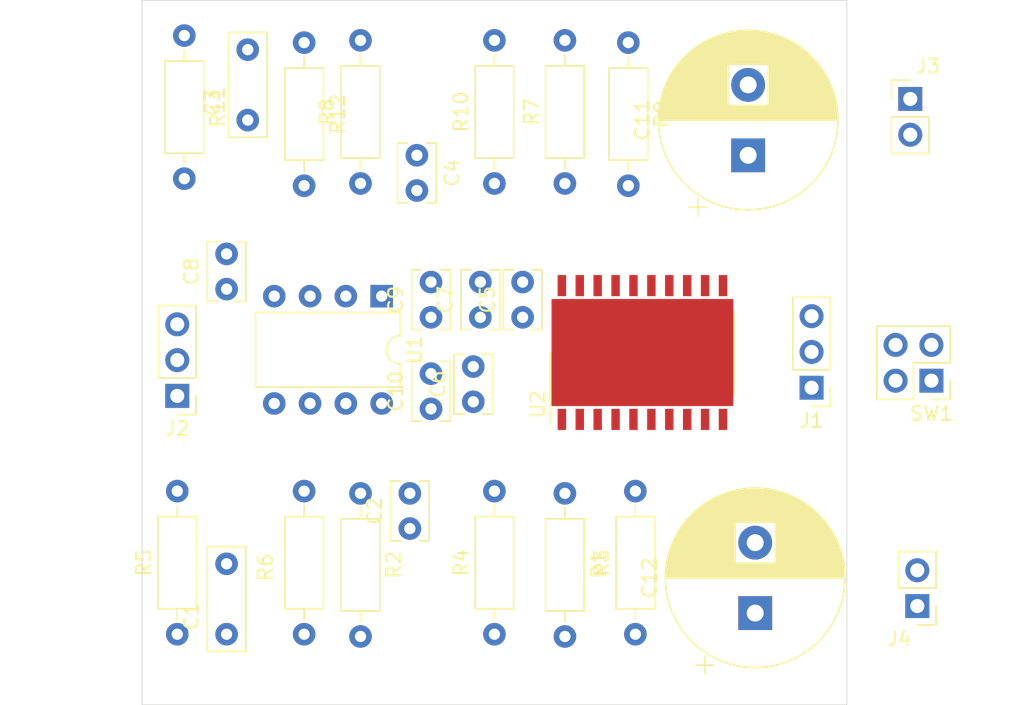
<source format=kicad_pcb>
(kicad_pcb (version 20171130) (host pcbnew "(5.1.5-0)")

  (general
    (thickness 1.6)
    (drawings 6)
    (tracks 0)
    (zones 0)
    (modules 31)
    (nets 20)
  )

  (page A4)
  (layers
    (0 F.Cu signal)
    (31 B.Cu signal)
    (32 B.Adhes user)
    (33 F.Adhes user)
    (34 B.Paste user)
    (35 F.Paste user)
    (36 B.SilkS user)
    (37 F.SilkS user hide)
    (38 B.Mask user)
    (39 F.Mask user)
    (40 Dwgs.User user)
    (41 Cmts.User user)
    (42 Eco1.User user)
    (43 Eco2.User user)
    (44 Edge.Cuts user)
    (45 Margin user)
    (46 B.CrtYd user)
    (47 F.CrtYd user)
    (48 B.Fab user)
    (49 F.Fab user)
  )

  (setup
    (last_trace_width 0.25)
    (trace_clearance 0.2)
    (zone_clearance 0.508)
    (zone_45_only no)
    (trace_min 0.2)
    (via_size 0.8)
    (via_drill 0.4)
    (via_min_size 0.4)
    (via_min_drill 0.3)
    (uvia_size 0.3)
    (uvia_drill 0.1)
    (uvias_allowed no)
    (uvia_min_size 0.2)
    (uvia_min_drill 0.1)
    (edge_width 0.05)
    (segment_width 0.2)
    (pcb_text_width 0.3)
    (pcb_text_size 1.5 1.5)
    (mod_edge_width 0.12)
    (mod_text_size 1 1)
    (mod_text_width 0.15)
    (pad_size 1.524 1.524)
    (pad_drill 0.762)
    (pad_to_mask_clearance 0.051)
    (solder_mask_min_width 0.25)
    (aux_axis_origin 0 0)
    (visible_elements FFFFFF7F)
    (pcbplotparams
      (layerselection 0x010fc_ffffffff)
      (usegerberextensions false)
      (usegerberattributes false)
      (usegerberadvancedattributes false)
      (creategerberjobfile false)
      (excludeedgelayer true)
      (linewidth 0.100000)
      (plotframeref false)
      (viasonmask false)
      (mode 1)
      (useauxorigin false)
      (hpglpennumber 1)
      (hpglpenspeed 20)
      (hpglpendiameter 15.000000)
      (psnegative false)
      (psa4output false)
      (plotreference true)
      (plotvalue true)
      (plotinvisibletext false)
      (padsonsilk false)
      (subtractmaskfromsilk false)
      (outputformat 1)
      (mirror false)
      (drillshape 1)
      (scaleselection 1)
      (outputdirectory ""))
  )

  (net 0 "")
  (net 1 "Net-(C1-Pad2)")
  (net 2 "Net-(C1-Pad1)")
  (net 3 "Net-(C2-Pad2)")
  (net 4 GND)
  (net 5 "Net-(C3-Pad2)")
  (net 6 "Net-(C3-Pad1)")
  (net 7 "Net-(C4-Pad2)")
  (net 8 +9V)
  (net 9 -9V)
  (net 10 "Net-(J1-Pad3)")
  (net 11 "Net-(J1-Pad1)")
  (net 12 "Net-(J3-Pad1)")
  (net 13 "Net-(J4-Pad2)")
  (net 14 "Net-(R1-Pad2)")
  (net 15 "Net-(R1-Pad1)")
  (net 16 "Net-(R3-Pad2)")
  (net 17 "Net-(R7-Pad2)")
  (net 18 "Net-(R10-Pad2)")
  (net 19 "Net-(R9-Pad2)")

  (net_class Default "This is the default net class."
    (clearance 0.2)
    (trace_width 0.25)
    (via_dia 0.8)
    (via_drill 0.4)
    (uvia_dia 0.3)
    (uvia_drill 0.1)
    (add_net +9V)
    (add_net -9V)
    (add_net GND)
    (add_net "Net-(C1-Pad1)")
    (add_net "Net-(C1-Pad2)")
    (add_net "Net-(C2-Pad2)")
    (add_net "Net-(C3-Pad1)")
    (add_net "Net-(C3-Pad2)")
    (add_net "Net-(C4-Pad2)")
    (add_net "Net-(J1-Pad1)")
    (add_net "Net-(J1-Pad3)")
    (add_net "Net-(J3-Pad1)")
    (add_net "Net-(J4-Pad2)")
    (add_net "Net-(R1-Pad1)")
    (add_net "Net-(R1-Pad2)")
    (add_net "Net-(R10-Pad2)")
    (add_net "Net-(R3-Pad2)")
    (add_net "Net-(R7-Pad2)")
    (add_net "Net-(R9-Pad2)")
  )

  (module Connector_PinHeader_2.54mm:PinHeader_2x02_P2.54mm_Vertical (layer F.Cu) (tedit 59FED5CC) (tstamp 5EAF5CED)
    (at 156 127 180)
    (descr "Through hole straight pin header, 2x02, 2.54mm pitch, double rows")
    (tags "Through hole pin header THT 2x02 2.54mm double row")
    (path /5EB2A508)
    (fp_text reference SW1 (at 0 -2.33) (layer F.SilkS)
      (effects (font (size 1 1) (thickness 0.15)))
    )
    (fp_text value SW_DPST_x2 (at 0 7.41) (layer F.Fab)
      (effects (font (size 1 1) (thickness 0.15)))
    )
    (fp_text user %R (at 0 2.54 90) (layer F.Fab)
      (effects (font (size 1 1) (thickness 0.15)))
    )
    (fp_line (start 4.35 -1.8) (end -1.8 -1.8) (layer F.CrtYd) (width 0.05))
    (fp_line (start 4.35 4.35) (end 4.35 -1.8) (layer F.CrtYd) (width 0.05))
    (fp_line (start -1.8 4.35) (end 4.35 4.35) (layer F.CrtYd) (width 0.05))
    (fp_line (start -1.8 -1.8) (end -1.8 4.35) (layer F.CrtYd) (width 0.05))
    (fp_line (start -1.33 -1.33) (end 0 -1.33) (layer F.SilkS) (width 0.12))
    (fp_line (start -1.33 0) (end -1.33 -1.33) (layer F.SilkS) (width 0.12))
    (fp_line (start 1.27 -1.33) (end 3.87 -1.33) (layer F.SilkS) (width 0.12))
    (fp_line (start 1.27 1.27) (end 1.27 -1.33) (layer F.SilkS) (width 0.12))
    (fp_line (start -1.33 1.27) (end 1.27 1.27) (layer F.SilkS) (width 0.12))
    (fp_line (start 3.87 -1.33) (end 3.87 3.87) (layer F.SilkS) (width 0.12))
    (fp_line (start -1.33 1.27) (end -1.33 3.87) (layer F.SilkS) (width 0.12))
    (fp_line (start -1.33 3.87) (end 3.87 3.87) (layer F.SilkS) (width 0.12))
    (fp_line (start -1.27 0) (end 0 -1.27) (layer F.Fab) (width 0.1))
    (fp_line (start -1.27 3.81) (end -1.27 0) (layer F.Fab) (width 0.1))
    (fp_line (start 3.81 3.81) (end -1.27 3.81) (layer F.Fab) (width 0.1))
    (fp_line (start 3.81 -1.27) (end 3.81 3.81) (layer F.Fab) (width 0.1))
    (fp_line (start 0 -1.27) (end 3.81 -1.27) (layer F.Fab) (width 0.1))
    (pad 4 thru_hole oval (at 2.54 2.54 180) (size 1.7 1.7) (drill 1) (layers *.Cu *.Mask)
      (net 9 -9V))
    (pad 3 thru_hole oval (at 0 2.54 180) (size 1.7 1.7) (drill 1) (layers *.Cu *.Mask)
      (net 13 "Net-(J4-Pad2)"))
    (pad 2 thru_hole oval (at 2.54 0 180) (size 1.7 1.7) (drill 1) (layers *.Cu *.Mask)
      (net 8 +9V))
    (pad 1 thru_hole rect (at 0 0 180) (size 1.7 1.7) (drill 1) (layers *.Cu *.Mask)
      (net 12 "Net-(J3-Pad1)"))
    (model ${KISYS3DMOD}/Connector_PinHeader_2.54mm.3dshapes/PinHeader_2x02_P2.54mm_Vertical.wrl
      (at (xyz 0 0 0))
      (scale (xyz 1 1 1))
      (rotate (xyz 0 0 0))
    )
  )

  (module Connector_PinHeader_2.54mm:PinHeader_1x02_P2.54mm_Vertical (layer F.Cu) (tedit 59FED5CC) (tstamp 5EAF5C34)
    (at 154.5 107)
    (descr "Through hole straight pin header, 1x02, 2.54mm pitch, single row")
    (tags "Through hole pin header THT 1x02 2.54mm single row")
    (path /5EB136D2)
    (fp_text reference J3 (at 1.27 -2.33) (layer F.SilkS)
      (effects (font (size 1 1) (thickness 0.15)))
    )
    (fp_text value Conn_01x02_Male (at 1.27 4.87) (layer F.Fab)
      (effects (font (size 1 1) (thickness 0.15)))
    )
    (fp_text user %R (at 1.27 1.27 90) (layer F.Fab)
      (effects (font (size 1 1) (thickness 0.15)))
    )
    (fp_line (start 1.8 -1.8) (end -1.8 -1.8) (layer F.CrtYd) (width 0.05))
    (fp_line (start 1.8 4.35) (end 1.8 -1.8) (layer F.CrtYd) (width 0.05))
    (fp_line (start -1.8 4.35) (end 1.8 4.35) (layer F.CrtYd) (width 0.05))
    (fp_line (start -1.8 -1.8) (end -1.8 4.35) (layer F.CrtYd) (width 0.05))
    (fp_line (start -1.33 -1.33) (end 0 -1.33) (layer F.SilkS) (width 0.12))
    (fp_line (start -1.33 0) (end -1.33 -1.33) (layer F.SilkS) (width 0.12))
    (fp_line (start -1.33 1.27) (end 1.33 1.27) (layer F.SilkS) (width 0.12))
    (fp_line (start 1.33 1.27) (end 1.33 3.87) (layer F.SilkS) (width 0.12))
    (fp_line (start -1.33 1.27) (end -1.33 3.87) (layer F.SilkS) (width 0.12))
    (fp_line (start -1.33 3.87) (end 1.33 3.87) (layer F.SilkS) (width 0.12))
    (fp_line (start -1.27 -0.635) (end -0.635 -1.27) (layer F.Fab) (width 0.1))
    (fp_line (start -1.27 3.81) (end -1.27 -0.635) (layer F.Fab) (width 0.1))
    (fp_line (start 1.27 3.81) (end -1.27 3.81) (layer F.Fab) (width 0.1))
    (fp_line (start 1.27 -1.27) (end 1.27 3.81) (layer F.Fab) (width 0.1))
    (fp_line (start -0.635 -1.27) (end 1.27 -1.27) (layer F.Fab) (width 0.1))
    (pad 2 thru_hole oval (at 0 2.54) (size 1.7 1.7) (drill 1) (layers *.Cu *.Mask)
      (net 4 GND))
    (pad 1 thru_hole rect (at 0 0) (size 1.7 1.7) (drill 1) (layers *.Cu *.Mask)
      (net 12 "Net-(J3-Pad1)"))
    (model ${KISYS3DMOD}/Connector_PinHeader_2.54mm.3dshapes/PinHeader_1x02_P2.54mm_Vertical.wrl
      (at (xyz 0 0 0))
      (scale (xyz 1 1 1))
      (rotate (xyz 0 0 0))
    )
  )

  (module Connector_PinHeader_2.54mm:PinHeader_1x02_P2.54mm_Vertical (layer F.Cu) (tedit 59FED5CC) (tstamp 5EAF4C20)
    (at 155 143 180)
    (descr "Through hole straight pin header, 1x02, 2.54mm pitch, single row")
    (tags "Through hole pin header THT 1x02 2.54mm single row")
    (path /5EB1433B)
    (fp_text reference J4 (at 1.27 -2.33) (layer F.SilkS)
      (effects (font (size 1 1) (thickness 0.15)))
    )
    (fp_text value Conn_01x02_Male (at 1.27 4.87) (layer F.Fab)
      (effects (font (size 1 1) (thickness 0.15)))
    )
    (fp_text user %R (at -1.96 2.29 90) (layer F.Fab)
      (effects (font (size 1 1) (thickness 0.15)))
    )
    (fp_line (start 1.8 -1.8) (end -1.8 -1.8) (layer F.CrtYd) (width 0.05))
    (fp_line (start 1.8 4.35) (end 1.8 -1.8) (layer F.CrtYd) (width 0.05))
    (fp_line (start -1.8 4.35) (end 1.8 4.35) (layer F.CrtYd) (width 0.05))
    (fp_line (start -1.8 -1.8) (end -1.8 4.35) (layer F.CrtYd) (width 0.05))
    (fp_line (start -1.33 -1.33) (end 0 -1.33) (layer F.SilkS) (width 0.12))
    (fp_line (start -1.33 0) (end -1.33 -1.33) (layer F.SilkS) (width 0.12))
    (fp_line (start -1.33 1.27) (end 1.33 1.27) (layer F.SilkS) (width 0.12))
    (fp_line (start 1.33 1.27) (end 1.33 3.87) (layer F.SilkS) (width 0.12))
    (fp_line (start -1.33 1.27) (end -1.33 3.87) (layer F.SilkS) (width 0.12))
    (fp_line (start -1.33 3.87) (end 1.33 3.87) (layer F.SilkS) (width 0.12))
    (fp_line (start -1.27 -0.635) (end -0.635 -1.27) (layer F.Fab) (width 0.1))
    (fp_line (start -1.27 3.81) (end -1.27 -0.635) (layer F.Fab) (width 0.1))
    (fp_line (start 1.27 3.81) (end -1.27 3.81) (layer F.Fab) (width 0.1))
    (fp_line (start 1.27 -1.27) (end 1.27 3.81) (layer F.Fab) (width 0.1))
    (fp_line (start -0.635 -1.27) (end 1.27 -1.27) (layer F.Fab) (width 0.1))
    (pad 2 thru_hole oval (at 0 2.54 180) (size 1.7 1.7) (drill 1) (layers *.Cu *.Mask)
      (net 13 "Net-(J4-Pad2)"))
    (pad 1 thru_hole rect (at 0 0 180) (size 1.7 1.7) (drill 1) (layers *.Cu *.Mask)
      (net 4 GND))
    (model ${KISYS3DMOD}/Connector_PinHeader_2.54mm.3dshapes/PinHeader_1x02_P2.54mm_Vertical.wrl
      (at (xyz 0 0 0))
      (scale (xyz 1 1 1))
      (rotate (xyz 0 0 0))
    )
  )

  (module TPA61210A:HSOP-20-1EP_12.8x7.5mm_P1.27mm (layer F.Cu) (tedit 5EAD543A) (tstamp 5EAF6FA2)
    (at 135.5 125 90)
    (descr "SO-20, 12.8x7.5mm, https://www.nxp.com/docs/en/data-sheet/SA605.pdf")
    (tags "S0-20 ")
    (path /5EAECBFE)
    (attr smd)
    (fp_text reference U2 (at -3.69 -7.42 90) (layer F.SilkS)
      (effects (font (size 1 1) (thickness 0.15)))
    )
    (fp_text value TPA6120A2_HSOP20 (at 0 7.99 90) (layer F.Fab)
      (effects (font (size 1 1) (thickness 0.15)))
    )
    (fp_poly (pts (xy 1.4 1.9) (xy -1.4 1.9) (xy -1.4 -1.9) (xy 1.4 -1.9)) (layer F.Paste) (width 0.1))
    (fp_poly (pts (xy 1.4 1.9) (xy -1.4 1.9) (xy -1.4 -1.9) (xy 1.4 -1.9)) (layer F.Mask) (width 0.1))
    (fp_poly (pts (xy 3.75 6.4) (xy -3.75 6.4) (xy -3.75 -6.4) (xy 3.75 -6.4)) (layer F.Cu) (width 0.1))
    (fp_text user %R (at 0 0 90) (layer F.Fab)
      (effects (font (size 1 1) (thickness 0.15)))
    )
    (fp_line (start -5.7 6.7) (end -5.7 -6.7) (layer F.CrtYd) (width 0.05))
    (fp_line (start 5.7 6.7) (end -5.7 6.7) (layer F.CrtYd) (width 0.05))
    (fp_line (start 5.7 -6.7) (end 5.7 6.7) (layer F.CrtYd) (width 0.05))
    (fp_line (start -5.7 -6.7) (end 5.7 -6.7) (layer F.CrtYd) (width 0.05))
    (fp_line (start -5 -6.53) (end 0 -6.53) (layer F.SilkS) (width 0.12))
    (fp_line (start -3 6.53) (end 3 6.53) (layer F.SilkS) (width 0.12))
    (fp_line (start -3.75 -5.4) (end -2.7 -6.4) (layer F.Fab) (width 0.1))
    (fp_line (start -3.75 6.4) (end -3.75 -5.4) (layer F.Fab) (width 0.1))
    (fp_line (start 3.75 6.4) (end -3.75 6.4) (layer F.Fab) (width 0.1))
    (fp_line (start 3.75 -6.4) (end 3.75 6.4) (layer F.Fab) (width 0.1))
    (fp_line (start -2.7 -6.4) (end 3.75 -6.4) (layer F.Fab) (width 0.1))
    (pad 20 smd rect (at 4.75 -5.715 90) (size 1.5 0.6) (layers F.Cu F.Paste F.Mask)
      (net 9 -9V))
    (pad 19 smd rect (at 4.75 -4.445 90) (size 1.5 0.6) (layers F.Cu F.Paste F.Mask)
      (net 18 "Net-(R10-Pad2)"))
    (pad 18 smd rect (at 4.75 -3.175 90) (size 1.5 0.6) (layers F.Cu F.Paste F.Mask)
      (net 8 +9V))
    (pad 17 smd rect (at 4.75 -1.905 90) (size 1.5 0.6) (layers F.Cu F.Paste F.Mask)
      (net 4 GND))
    (pad 16 smd rect (at 4.75 -0.635 90) (size 1.5 0.6) (layers F.Cu F.Paste F.Mask)
      (net 17 "Net-(R7-Pad2)"))
    (pad 15 smd rect (at 4.75 0.635 90) (size 1.5 0.6) (layers F.Cu F.Paste F.Mask))
    (pad 14 smd rect (at 4.75 1.905 90) (size 1.5 0.6) (layers F.Cu F.Paste F.Mask))
    (pad 13 smd rect (at 4.75 3.175 90) (size 1.5 0.6) (layers F.Cu F.Paste F.Mask))
    (pad 12 smd rect (at 4.75 4.445 90) (size 1.5 0.6) (layers F.Cu F.Paste F.Mask))
    (pad 11 smd rect (at 4.75 5.715 90) (size 1.5 0.6) (layers F.Cu F.Paste F.Mask))
    (pad 10 smd rect (at -4.75 5.715 90) (size 1.5 0.6) (layers F.Cu F.Paste F.Mask))
    (pad 9 smd rect (at -4.75 4.445 90) (size 1.5 0.6) (layers F.Cu F.Paste F.Mask))
    (pad 8 smd rect (at -4.75 3.175 90) (size 1.5 0.6) (layers F.Cu F.Paste F.Mask))
    (pad 7 smd rect (at -4.75 1.905 90) (size 1.5 0.6) (layers F.Cu F.Paste F.Mask))
    (pad 1 smd rect (at -4.75 -5.715 90) (size 1.5 0.6) (layers F.Cu F.Paste F.Mask)
      (net 9 -9V))
    (pad 2 smd rect (at -4.75 -4.445 90) (size 1.5 0.6) (layers F.Cu F.Paste F.Mask)
      (net 15 "Net-(R1-Pad1)"))
    (pad 3 smd rect (at -4.75 -3.175 90) (size 1.5 0.6) (layers F.Cu F.Paste F.Mask)
      (net 8 +9V))
    (pad 4 smd rect (at -4.75 -1.905 90) (size 1.5 0.6) (layers F.Cu F.Paste F.Mask)
      (net 4 GND))
    (pad 5 smd rect (at -4.75 -0.635 90) (size 1.5 0.6) (layers F.Cu F.Paste F.Mask)
      (net 14 "Net-(R1-Pad2)"))
    (pad 6 smd rect (at -4.75 0.635 90) (size 1.5 0.6) (layers F.Cu F.Paste F.Mask))
    (model ${KISYS3DMOD}/Package_SO.3dshapes/SO-20_12.8x7.5mm_P1.27mm.wrl
      (at (xyz 0 0 0))
      (scale (xyz 1 1 1))
      (rotate (xyz 0 0 0))
    )
  )

  (module Capacitor_THT:C_Rect_L7.2mm_W2.5mm_P5.00mm_FKS2_FKP2_MKS2_MKP2 (layer F.Cu) (tedit 5AE50EF0) (tstamp 5EAFA5DB)
    (at 107.5 108.5 90)
    (descr "C, Rect series, Radial, pin pitch=5.00mm, , length*width=7.2*2.5mm^2, Capacitor, http://www.wima.com/EN/WIMA_FKS_2.pdf")
    (tags "C Rect series Radial pin pitch 5.00mm  length 7.2mm width 2.5mm Capacitor")
    (path /5EB444D5)
    (fp_text reference C3 (at 1.25 -2.5 90) (layer F.SilkS)
      (effects (font (size 1 1) (thickness 0.15)))
    )
    (fp_text value 100n (at 1.25 2.5 90) (layer F.Fab)
      (effects (font (size 1 1) (thickness 0.15)))
    )
    (fp_text user %R (at 1.25 0 90) (layer F.Fab)
      (effects (font (size 0.8 0.8) (thickness 0.12)))
    )
    (fp_line (start 6.35 -1.5) (end -1.35 -1.5) (layer F.CrtYd) (width 0.05))
    (fp_line (start 6.35 1.5) (end 6.35 -1.5) (layer F.CrtYd) (width 0.05))
    (fp_line (start -1.35 1.5) (end 6.35 1.5) (layer F.CrtYd) (width 0.05))
    (fp_line (start -1.35 -1.5) (end -1.35 1.5) (layer F.CrtYd) (width 0.05))
    (fp_line (start 6.22 -1.37) (end 6.22 1.37) (layer F.SilkS) (width 0.12))
    (fp_line (start -1.22 -1.37) (end -1.22 1.37) (layer F.SilkS) (width 0.12))
    (fp_line (start -1.22 1.37) (end 6.22 1.37) (layer F.SilkS) (width 0.12))
    (fp_line (start -1.22 -1.37) (end 6.22 -1.37) (layer F.SilkS) (width 0.12))
    (fp_line (start 6.1 -1.25) (end -1.1 -1.25) (layer F.Fab) (width 0.1))
    (fp_line (start 6.1 1.25) (end 6.1 -1.25) (layer F.Fab) (width 0.1))
    (fp_line (start -1.1 1.25) (end 6.1 1.25) (layer F.Fab) (width 0.1))
    (fp_line (start -1.1 -1.25) (end -1.1 1.25) (layer F.Fab) (width 0.1))
    (pad 2 thru_hole circle (at 5 0 90) (size 1.6 1.6) (drill 0.8) (layers *.Cu *.Mask)
      (net 5 "Net-(C3-Pad2)"))
    (pad 1 thru_hole circle (at 0 0 90) (size 1.6 1.6) (drill 0.8) (layers *.Cu *.Mask)
      (net 6 "Net-(C3-Pad1)"))
    (model ${KISYS3DMOD}/Capacitor_THT.3dshapes/C_Rect_L7.2mm_W2.5mm_P5.00mm_FKS2_FKP2_MKS2_MKP2.wrl
      (at (xyz 0 0 0))
      (scale (xyz 1 1 1))
      (rotate (xyz 0 0 0))
    )
  )

  (module Capacitor_THT:C_Rect_L7.2mm_W2.5mm_P5.00mm_FKS2_FKP2_MKS2_MKP2 (layer F.Cu) (tedit 5AE50EF0) (tstamp 5EAFACC2)
    (at 106 145 90)
    (descr "C, Rect series, Radial, pin pitch=5.00mm, , length*width=7.2*2.5mm^2, Capacitor, http://www.wima.com/EN/WIMA_FKS_2.pdf")
    (tags "C Rect series Radial pin pitch 5.00mm  length 7.2mm width 2.5mm Capacitor")
    (path /5EB38BE5)
    (fp_text reference C1 (at 1.25 -2.5 90) (layer F.SilkS)
      (effects (font (size 1 1) (thickness 0.15)))
    )
    (fp_text value 100n (at 1.25 2.5 90) (layer F.Fab)
      (effects (font (size 1 1) (thickness 0.15)))
    )
    (fp_line (start -1.1 -1.25) (end -1.1 1.25) (layer F.Fab) (width 0.1))
    (fp_line (start -1.1 1.25) (end 6.1 1.25) (layer F.Fab) (width 0.1))
    (fp_line (start 6.1 1.25) (end 6.1 -1.25) (layer F.Fab) (width 0.1))
    (fp_line (start 6.1 -1.25) (end -1.1 -1.25) (layer F.Fab) (width 0.1))
    (fp_line (start -1.22 -1.37) (end 6.22 -1.37) (layer F.SilkS) (width 0.12))
    (fp_line (start -1.22 1.37) (end 6.22 1.37) (layer F.SilkS) (width 0.12))
    (fp_line (start -1.22 -1.37) (end -1.22 1.37) (layer F.SilkS) (width 0.12))
    (fp_line (start 6.22 -1.37) (end 6.22 1.37) (layer F.SilkS) (width 0.12))
    (fp_line (start -1.35 -1.5) (end -1.35 1.5) (layer F.CrtYd) (width 0.05))
    (fp_line (start -1.35 1.5) (end 6.35 1.5) (layer F.CrtYd) (width 0.05))
    (fp_line (start 6.35 1.5) (end 6.35 -1.5) (layer F.CrtYd) (width 0.05))
    (fp_line (start 6.35 -1.5) (end -1.35 -1.5) (layer F.CrtYd) (width 0.05))
    (fp_text user %R (at 2.5 0.5 90) (layer F.Fab)
      (effects (font (size 0.8 0.8) (thickness 0.12)))
    )
    (pad 1 thru_hole circle (at 0 0 90) (size 1.6 1.6) (drill 0.8) (layers *.Cu *.Mask)
      (net 2 "Net-(C1-Pad1)"))
    (pad 2 thru_hole circle (at 5 0 90) (size 1.6 1.6) (drill 0.8) (layers *.Cu *.Mask)
      (net 1 "Net-(C1-Pad2)"))
    (model ${KISYS3DMOD}/Capacitor_THT.3dshapes/C_Rect_L7.2mm_W2.5mm_P5.00mm_FKS2_FKP2_MKS2_MKP2.wrl
      (at (xyz 0 0 0))
      (scale (xyz 1 1 1))
      (rotate (xyz 0 0 0))
    )
  )

  (module Package_DIP:DIP-8_W7.62mm (layer F.Cu) (tedit 5A02E8C5) (tstamp 5EAF4D67)
    (at 117 121 270)
    (descr "8-lead though-hole mounted DIP package, row spacing 7.62 mm (300 mils)")
    (tags "THT DIP DIL PDIP 2.54mm 7.62mm 300mil")
    (path /5EAF2DA5)
    (fp_text reference U1 (at 3.81 -2.33 90) (layer F.SilkS)
      (effects (font (size 1 1) (thickness 0.15)))
    )
    (fp_text value OPA2134 (at 3.81 9.95 90) (layer F.Fab)
      (effects (font (size 1 1) (thickness 0.15)))
    )
    (fp_text user %R (at 6.531 5.057 90) (layer F.Fab)
      (effects (font (size 1 1) (thickness 0.15)))
    )
    (fp_line (start 8.7 -1.55) (end -1.1 -1.55) (layer F.CrtYd) (width 0.05))
    (fp_line (start 8.7 9.15) (end 8.7 -1.55) (layer F.CrtYd) (width 0.05))
    (fp_line (start -1.1 9.15) (end 8.7 9.15) (layer F.CrtYd) (width 0.05))
    (fp_line (start -1.1 -1.55) (end -1.1 9.15) (layer F.CrtYd) (width 0.05))
    (fp_line (start 6.46 -1.33) (end 4.81 -1.33) (layer F.SilkS) (width 0.12))
    (fp_line (start 6.46 8.95) (end 6.46 -1.33) (layer F.SilkS) (width 0.12))
    (fp_line (start 1.16 8.95) (end 6.46 8.95) (layer F.SilkS) (width 0.12))
    (fp_line (start 1.16 -1.33) (end 1.16 8.95) (layer F.SilkS) (width 0.12))
    (fp_line (start 2.81 -1.33) (end 1.16 -1.33) (layer F.SilkS) (width 0.12))
    (fp_line (start 0.635 -0.27) (end 1.635 -1.27) (layer F.Fab) (width 0.1))
    (fp_line (start 0.635 8.89) (end 0.635 -0.27) (layer F.Fab) (width 0.1))
    (fp_line (start 6.985 8.89) (end 0.635 8.89) (layer F.Fab) (width 0.1))
    (fp_line (start 6.985 -1.27) (end 6.985 8.89) (layer F.Fab) (width 0.1))
    (fp_line (start 1.635 -1.27) (end 6.985 -1.27) (layer F.Fab) (width 0.1))
    (fp_arc (start 3.81 -1.33) (end 2.81 -1.33) (angle -180) (layer F.SilkS) (width 0.12))
    (pad 8 thru_hole oval (at 7.62 0 270) (size 1.6 1.6) (drill 0.8) (layers *.Cu *.Mask)
      (net 8 +9V))
    (pad 4 thru_hole oval (at 0 7.62 270) (size 1.6 1.6) (drill 0.8) (layers *.Cu *.Mask)
      (net 9 -9V))
    (pad 7 thru_hole oval (at 7.62 2.54 270) (size 1.6 1.6) (drill 0.8) (layers *.Cu *.Mask)
      (net 16 "Net-(R3-Pad2)"))
    (pad 3 thru_hole oval (at 0 5.08 270) (size 1.6 1.6) (drill 0.8) (layers *.Cu *.Mask)
      (net 7 "Net-(C4-Pad2)"))
    (pad 6 thru_hole oval (at 7.62 5.08 270) (size 1.6 1.6) (drill 0.8) (layers *.Cu *.Mask)
      (net 16 "Net-(R3-Pad2)"))
    (pad 2 thru_hole oval (at 0 2.54 270) (size 1.6 1.6) (drill 0.8) (layers *.Cu *.Mask)
      (net 19 "Net-(R9-Pad2)"))
    (pad 5 thru_hole oval (at 7.62 7.62 270) (size 1.6 1.6) (drill 0.8) (layers *.Cu *.Mask)
      (net 3 "Net-(C2-Pad2)"))
    (pad 1 thru_hole rect (at 0 0 270) (size 1.6 1.6) (drill 0.8) (layers *.Cu *.Mask)
      (net 19 "Net-(R9-Pad2)"))
    (model ${KISYS3DMOD}/Package_DIP.3dshapes/DIP-8_W7.62mm.wrl
      (at (xyz 0 0 0))
      (scale (xyz 1 1 1))
      (rotate (xyz 0 0 0))
    )
  )

  (module Resistor_THT:R_Axial_DIN0207_L6.3mm_D2.5mm_P10.16mm_Horizontal (layer F.Cu) (tedit 5AE5139B) (tstamp 5EAF5518)
    (at 111.5 103 270)
    (descr "Resistor, Axial_DIN0207 series, Axial, Horizontal, pin pitch=10.16mm, 0.25W = 1/4W, length*diameter=6.3*2.5mm^2, http://cdn-reichelt.de/documents/datenblatt/B400/1_4W%23YAG.pdf")
    (tags "Resistor Axial_DIN0207 series Axial Horizontal pin pitch 10.16mm 0.25W = 1/4W length 6.3mm diameter 2.5mm")
    (path /5EB444CF)
    (fp_text reference R12 (at 5.08 -2.37 90) (layer F.SilkS)
      (effects (font (size 1 1) (thickness 0.15)))
    )
    (fp_text value 220k (at 5.08 2.37 90) (layer F.Fab)
      (effects (font (size 1 1) (thickness 0.15)))
    )
    (fp_text user %R (at 6 2 90) (layer F.Fab)
      (effects (font (size 1 1) (thickness 0.15)))
    )
    (fp_line (start 11.21 -1.5) (end -1.05 -1.5) (layer F.CrtYd) (width 0.05))
    (fp_line (start 11.21 1.5) (end 11.21 -1.5) (layer F.CrtYd) (width 0.05))
    (fp_line (start -1.05 1.5) (end 11.21 1.5) (layer F.CrtYd) (width 0.05))
    (fp_line (start -1.05 -1.5) (end -1.05 1.5) (layer F.CrtYd) (width 0.05))
    (fp_line (start 9.12 0) (end 8.35 0) (layer F.SilkS) (width 0.12))
    (fp_line (start 1.04 0) (end 1.81 0) (layer F.SilkS) (width 0.12))
    (fp_line (start 8.35 -1.37) (end 1.81 -1.37) (layer F.SilkS) (width 0.12))
    (fp_line (start 8.35 1.37) (end 8.35 -1.37) (layer F.SilkS) (width 0.12))
    (fp_line (start 1.81 1.37) (end 8.35 1.37) (layer F.SilkS) (width 0.12))
    (fp_line (start 1.81 -1.37) (end 1.81 1.37) (layer F.SilkS) (width 0.12))
    (fp_line (start 10.16 0) (end 8.23 0) (layer F.Fab) (width 0.1))
    (fp_line (start 0 0) (end 1.93 0) (layer F.Fab) (width 0.1))
    (fp_line (start 8.23 -1.25) (end 1.93 -1.25) (layer F.Fab) (width 0.1))
    (fp_line (start 8.23 1.25) (end 8.23 -1.25) (layer F.Fab) (width 0.1))
    (fp_line (start 1.93 1.25) (end 8.23 1.25) (layer F.Fab) (width 0.1))
    (fp_line (start 1.93 -1.25) (end 1.93 1.25) (layer F.Fab) (width 0.1))
    (pad 2 thru_hole oval (at 10.16 0 270) (size 1.6 1.6) (drill 0.8) (layers *.Cu *.Mask)
      (net 4 GND))
    (pad 1 thru_hole circle (at 0 0 270) (size 1.6 1.6) (drill 0.8) (layers *.Cu *.Mask)
      (net 6 "Net-(C3-Pad1)"))
    (model ${KISYS3DMOD}/Resistor_THT.3dshapes/R_Axial_DIN0207_L6.3mm_D2.5mm_P10.16mm_Horizontal.wrl
      (at (xyz 0 0 0))
      (scale (xyz 1 1 1))
      (rotate (xyz 0 0 0))
    )
  )

  (module Resistor_THT:R_Axial_DIN0207_L6.3mm_D2.5mm_P10.16mm_Horizontal (layer F.Cu) (tedit 5AE5139B) (tstamp 5EAF4D1D)
    (at 103 102.5 270)
    (descr "Resistor, Axial_DIN0207 series, Axial, Horizontal, pin pitch=10.16mm, 0.25W = 1/4W, length*diameter=6.3*2.5mm^2, http://cdn-reichelt.de/documents/datenblatt/B400/1_4W%23YAG.pdf")
    (tags "Resistor Axial_DIN0207 series Axial Horizontal pin pitch 10.16mm 0.25W = 1/4W length 6.3mm diameter 2.5mm")
    (path /5EB444C9)
    (fp_text reference R11 (at 5.08 -2.37 90) (layer F.SilkS)
      (effects (font (size 1 1) (thickness 0.15)))
    )
    (fp_text value 47k (at 5.08 2.37 90) (layer F.Fab)
      (effects (font (size 1 1) (thickness 0.15)))
    )
    (fp_text user %R (at 5.08 0 90) (layer F.Fab)
      (effects (font (size 1 1) (thickness 0.15)))
    )
    (fp_line (start 11.21 -1.5) (end -1.05 -1.5) (layer F.CrtYd) (width 0.05))
    (fp_line (start 11.21 1.5) (end 11.21 -1.5) (layer F.CrtYd) (width 0.05))
    (fp_line (start -1.05 1.5) (end 11.21 1.5) (layer F.CrtYd) (width 0.05))
    (fp_line (start -1.05 -1.5) (end -1.05 1.5) (layer F.CrtYd) (width 0.05))
    (fp_line (start 9.12 0) (end 8.35 0) (layer F.SilkS) (width 0.12))
    (fp_line (start 1.04 0) (end 1.81 0) (layer F.SilkS) (width 0.12))
    (fp_line (start 8.35 -1.37) (end 1.81 -1.37) (layer F.SilkS) (width 0.12))
    (fp_line (start 8.35 1.37) (end 8.35 -1.37) (layer F.SilkS) (width 0.12))
    (fp_line (start 1.81 1.37) (end 8.35 1.37) (layer F.SilkS) (width 0.12))
    (fp_line (start 1.81 -1.37) (end 1.81 1.37) (layer F.SilkS) (width 0.12))
    (fp_line (start 10.16 0) (end 8.23 0) (layer F.Fab) (width 0.1))
    (fp_line (start 0 0) (end 1.93 0) (layer F.Fab) (width 0.1))
    (fp_line (start 8.23 -1.25) (end 1.93 -1.25) (layer F.Fab) (width 0.1))
    (fp_line (start 8.23 1.25) (end 8.23 -1.25) (layer F.Fab) (width 0.1))
    (fp_line (start 1.93 1.25) (end 8.23 1.25) (layer F.Fab) (width 0.1))
    (fp_line (start 1.93 -1.25) (end 1.93 1.25) (layer F.Fab) (width 0.1))
    (pad 2 thru_hole oval (at 10.16 0 270) (size 1.6 1.6) (drill 0.8) (layers *.Cu *.Mask)
      (net 4 GND))
    (pad 1 thru_hole circle (at 0 0 270) (size 1.6 1.6) (drill 0.8) (layers *.Cu *.Mask)
      (net 5 "Net-(C3-Pad2)"))
    (model ${KISYS3DMOD}/Resistor_THT.3dshapes/R_Axial_DIN0207_L6.3mm_D2.5mm_P10.16mm_Horizontal.wrl
      (at (xyz 0 0 0))
      (scale (xyz 1 1 1))
      (rotate (xyz 0 0 0))
    )
  )

  (module Resistor_THT:R_Axial_DIN0207_L6.3mm_D2.5mm_P10.16mm_Horizontal (layer F.Cu) (tedit 5AE5139B) (tstamp 5EAFAB96)
    (at 125 113 90)
    (descr "Resistor, Axial_DIN0207 series, Axial, Horizontal, pin pitch=10.16mm, 0.25W = 1/4W, length*diameter=6.3*2.5mm^2, http://cdn-reichelt.de/documents/datenblatt/B400/1_4W%23YAG.pdf")
    (tags "Resistor Axial_DIN0207 series Axial Horizontal pin pitch 10.16mm 0.25W = 1/4W length 6.3mm diameter 2.5mm")
    (path /5EAF233C)
    (fp_text reference R10 (at 5.08 -2.37 90) (layer F.SilkS)
      (effects (font (size 1 1) (thickness 0.15)))
    )
    (fp_text value 11 (at 5.08 2.37 90) (layer F.Fab)
      (effects (font (size 1 1) (thickness 0.15)))
    )
    (fp_text user %R (at 5.08 0 90) (layer F.Fab)
      (effects (font (size 1 1) (thickness 0.15)))
    )
    (fp_line (start 11.21 -1.5) (end -1.05 -1.5) (layer F.CrtYd) (width 0.05))
    (fp_line (start 11.21 1.5) (end 11.21 -1.5) (layer F.CrtYd) (width 0.05))
    (fp_line (start -1.05 1.5) (end 11.21 1.5) (layer F.CrtYd) (width 0.05))
    (fp_line (start -1.05 -1.5) (end -1.05 1.5) (layer F.CrtYd) (width 0.05))
    (fp_line (start 9.12 0) (end 8.35 0) (layer F.SilkS) (width 0.12))
    (fp_line (start 1.04 0) (end 1.81 0) (layer F.SilkS) (width 0.12))
    (fp_line (start 8.35 -1.37) (end 1.81 -1.37) (layer F.SilkS) (width 0.12))
    (fp_line (start 8.35 1.37) (end 8.35 -1.37) (layer F.SilkS) (width 0.12))
    (fp_line (start 1.81 1.37) (end 8.35 1.37) (layer F.SilkS) (width 0.12))
    (fp_line (start 1.81 -1.37) (end 1.81 1.37) (layer F.SilkS) (width 0.12))
    (fp_line (start 10.16 0) (end 8.23 0) (layer F.Fab) (width 0.1))
    (fp_line (start 0 0) (end 1.93 0) (layer F.Fab) (width 0.1))
    (fp_line (start 8.23 -1.25) (end 1.93 -1.25) (layer F.Fab) (width 0.1))
    (fp_line (start 8.23 1.25) (end 8.23 -1.25) (layer F.Fab) (width 0.1))
    (fp_line (start 1.93 1.25) (end 8.23 1.25) (layer F.Fab) (width 0.1))
    (fp_line (start 1.93 -1.25) (end 1.93 1.25) (layer F.Fab) (width 0.1))
    (pad 2 thru_hole oval (at 10.16 0 90) (size 1.6 1.6) (drill 0.8) (layers *.Cu *.Mask)
      (net 18 "Net-(R10-Pad2)"))
    (pad 1 thru_hole circle (at 0 0 90) (size 1.6 1.6) (drill 0.8) (layers *.Cu *.Mask)
      (net 10 "Net-(J1-Pad3)"))
    (model ${KISYS3DMOD}/Resistor_THT.3dshapes/R_Axial_DIN0207_L6.3mm_D2.5mm_P10.16mm_Horizontal.wrl
      (at (xyz 0 0 0))
      (scale (xyz 1 1 1))
      (rotate (xyz 0 0 0))
    )
  )

  (module Resistor_THT:R_Axial_DIN0207_L6.3mm_D2.5mm_P10.16mm_Horizontal (layer F.Cu) (tedit 5AE5139B) (tstamp 5EAF5965)
    (at 134.5 103 270)
    (descr "Resistor, Axial_DIN0207 series, Axial, Horizontal, pin pitch=10.16mm, 0.25W = 1/4W, length*diameter=6.3*2.5mm^2, http://cdn-reichelt.de/documents/datenblatt/B400/1_4W%23YAG.pdf")
    (tags "Resistor Axial_DIN0207 series Axial Horizontal pin pitch 10.16mm 0.25W = 1/4W length 6.3mm diameter 2.5mm")
    (path /5EAF1736)
    (fp_text reference R9 (at 5.08 -2.37 90) (layer F.SilkS)
      (effects (font (size 1 1) (thickness 0.15)))
    )
    (fp_text value 1k (at 5.08 2.37 90) (layer F.Fab)
      (effects (font (size 1 1) (thickness 0.15)))
    )
    (fp_text user %R (at 5.08 0 90) (layer F.Fab)
      (effects (font (size 1 1) (thickness 0.15)))
    )
    (fp_line (start 11.21 -1.5) (end -1.05 -1.5) (layer F.CrtYd) (width 0.05))
    (fp_line (start 11.21 1.5) (end 11.21 -1.5) (layer F.CrtYd) (width 0.05))
    (fp_line (start -1.05 1.5) (end 11.21 1.5) (layer F.CrtYd) (width 0.05))
    (fp_line (start -1.05 -1.5) (end -1.05 1.5) (layer F.CrtYd) (width 0.05))
    (fp_line (start 9.12 0) (end 8.35 0) (layer F.SilkS) (width 0.12))
    (fp_line (start 1.04 0) (end 1.81 0) (layer F.SilkS) (width 0.12))
    (fp_line (start 8.35 -1.37) (end 1.81 -1.37) (layer F.SilkS) (width 0.12))
    (fp_line (start 8.35 1.37) (end 8.35 -1.37) (layer F.SilkS) (width 0.12))
    (fp_line (start 1.81 1.37) (end 8.35 1.37) (layer F.SilkS) (width 0.12))
    (fp_line (start 1.81 -1.37) (end 1.81 1.37) (layer F.SilkS) (width 0.12))
    (fp_line (start 10.16 0) (end 8.23 0) (layer F.Fab) (width 0.1))
    (fp_line (start 0 0) (end 1.93 0) (layer F.Fab) (width 0.1))
    (fp_line (start 8.23 -1.25) (end 1.93 -1.25) (layer F.Fab) (width 0.1))
    (fp_line (start 8.23 1.25) (end 8.23 -1.25) (layer F.Fab) (width 0.1))
    (fp_line (start 1.93 1.25) (end 8.23 1.25) (layer F.Fab) (width 0.1))
    (fp_line (start 1.93 -1.25) (end 1.93 1.25) (layer F.Fab) (width 0.1))
    (pad 2 thru_hole oval (at 10.16 0 270) (size 1.6 1.6) (drill 0.8) (layers *.Cu *.Mask)
      (net 19 "Net-(R9-Pad2)"))
    (pad 1 thru_hole circle (at 0 0 270) (size 1.6 1.6) (drill 0.8) (layers *.Cu *.Mask)
      (net 17 "Net-(R7-Pad2)"))
    (model ${KISYS3DMOD}/Resistor_THT.3dshapes/R_Axial_DIN0207_L6.3mm_D2.5mm_P10.16mm_Horizontal.wrl
      (at (xyz 0 0 0))
      (scale (xyz 1 1 1))
      (rotate (xyz 0 0 0))
    )
  )

  (module Resistor_THT:R_Axial_DIN0207_L6.3mm_D2.5mm_P10.16mm_Horizontal (layer F.Cu) (tedit 5AE5139B) (tstamp 5EAFC2E7)
    (at 115.5 113 90)
    (descr "Resistor, Axial_DIN0207 series, Axial, Horizontal, pin pitch=10.16mm, 0.25W = 1/4W, length*diameter=6.3*2.5mm^2, http://cdn-reichelt.de/documents/datenblatt/B400/1_4W%23YAG.pdf")
    (tags "Resistor Axial_DIN0207 series Axial Horizontal pin pitch 10.16mm 0.25W = 1/4W length 6.3mm diameter 2.5mm")
    (path /5EB444DB)
    (fp_text reference R8 (at 5.08 -2.37 90) (layer F.SilkS)
      (effects (font (size 1 1) (thickness 0.15)))
    )
    (fp_text value 1k (at 5.08 2.37 90) (layer F.Fab)
      (effects (font (size 1 1) (thickness 0.15)))
    )
    (fp_text user %R (at 5.08 0 90) (layer F.Fab)
      (effects (font (size 1 1) (thickness 0.15)))
    )
    (fp_line (start 11.21 -1.5) (end -1.05 -1.5) (layer F.CrtYd) (width 0.05))
    (fp_line (start 11.21 1.5) (end 11.21 -1.5) (layer F.CrtYd) (width 0.05))
    (fp_line (start -1.05 1.5) (end 11.21 1.5) (layer F.CrtYd) (width 0.05))
    (fp_line (start -1.05 -1.5) (end -1.05 1.5) (layer F.CrtYd) (width 0.05))
    (fp_line (start 9.12 0) (end 8.35 0) (layer F.SilkS) (width 0.12))
    (fp_line (start 1.04 0) (end 1.81 0) (layer F.SilkS) (width 0.12))
    (fp_line (start 8.35 -1.37) (end 1.81 -1.37) (layer F.SilkS) (width 0.12))
    (fp_line (start 8.35 1.37) (end 8.35 -1.37) (layer F.SilkS) (width 0.12))
    (fp_line (start 1.81 1.37) (end 8.35 1.37) (layer F.SilkS) (width 0.12))
    (fp_line (start 1.81 -1.37) (end 1.81 1.37) (layer F.SilkS) (width 0.12))
    (fp_line (start 10.16 0) (end 8.23 0) (layer F.Fab) (width 0.1))
    (fp_line (start 0 0) (end 1.93 0) (layer F.Fab) (width 0.1))
    (fp_line (start 8.23 -1.25) (end 1.93 -1.25) (layer F.Fab) (width 0.1))
    (fp_line (start 8.23 1.25) (end 8.23 -1.25) (layer F.Fab) (width 0.1))
    (fp_line (start 1.93 1.25) (end 8.23 1.25) (layer F.Fab) (width 0.1))
    (fp_line (start 1.93 -1.25) (end 1.93 1.25) (layer F.Fab) (width 0.1))
    (pad 2 thru_hole oval (at 10.16 0 90) (size 1.6 1.6) (drill 0.8) (layers *.Cu *.Mask)
      (net 6 "Net-(C3-Pad1)"))
    (pad 1 thru_hole circle (at 0 0 90) (size 1.6 1.6) (drill 0.8) (layers *.Cu *.Mask)
      (net 7 "Net-(C4-Pad2)"))
    (model ${KISYS3DMOD}/Resistor_THT.3dshapes/R_Axial_DIN0207_L6.3mm_D2.5mm_P10.16mm_Horizontal.wrl
      (at (xyz 0 0 0))
      (scale (xyz 1 1 1))
      (rotate (xyz 0 0 0))
    )
  )

  (module Resistor_THT:R_Axial_DIN0207_L6.3mm_D2.5mm_P10.16mm_Horizontal (layer F.Cu) (tedit 5AE5139B) (tstamp 5EAFC233)
    (at 130 113 90)
    (descr "Resistor, Axial_DIN0207 series, Axial, Horizontal, pin pitch=10.16mm, 0.25W = 1/4W, length*diameter=6.3*2.5mm^2, http://cdn-reichelt.de/documents/datenblatt/B400/1_4W%23YAG.pdf")
    (tags "Resistor Axial_DIN0207 series Axial Horizontal pin pitch 10.16mm 0.25W = 1/4W length 6.3mm diameter 2.5mm")
    (path /5EAF1B80)
    (fp_text reference R7 (at 5.08 -2.37 90) (layer F.SilkS)
      (effects (font (size 1 1) (thickness 0.15)))
    )
    (fp_text value 3.3k (at 5.08 2.37 90) (layer F.Fab)
      (effects (font (size 1 1) (thickness 0.15)))
    )
    (fp_text user %R (at 5.08 0 90) (layer F.Fab)
      (effects (font (size 1 1) (thickness 0.15)))
    )
    (fp_line (start 11.21 -1.5) (end -1.05 -1.5) (layer F.CrtYd) (width 0.05))
    (fp_line (start 11.21 1.5) (end 11.21 -1.5) (layer F.CrtYd) (width 0.05))
    (fp_line (start -1.05 1.5) (end 11.21 1.5) (layer F.CrtYd) (width 0.05))
    (fp_line (start -1.05 -1.5) (end -1.05 1.5) (layer F.CrtYd) (width 0.05))
    (fp_line (start 9.12 0) (end 8.35 0) (layer F.SilkS) (width 0.12))
    (fp_line (start 1.04 0) (end 1.81 0) (layer F.SilkS) (width 0.12))
    (fp_line (start 8.35 -1.37) (end 1.81 -1.37) (layer F.SilkS) (width 0.12))
    (fp_line (start 8.35 1.37) (end 8.35 -1.37) (layer F.SilkS) (width 0.12))
    (fp_line (start 1.81 1.37) (end 8.35 1.37) (layer F.SilkS) (width 0.12))
    (fp_line (start 1.81 -1.37) (end 1.81 1.37) (layer F.SilkS) (width 0.12))
    (fp_line (start 10.16 0) (end 8.23 0) (layer F.Fab) (width 0.1))
    (fp_line (start 0 0) (end 1.93 0) (layer F.Fab) (width 0.1))
    (fp_line (start 8.23 -1.25) (end 1.93 -1.25) (layer F.Fab) (width 0.1))
    (fp_line (start 8.23 1.25) (end 8.23 -1.25) (layer F.Fab) (width 0.1))
    (fp_line (start 1.93 1.25) (end 8.23 1.25) (layer F.Fab) (width 0.1))
    (fp_line (start 1.93 -1.25) (end 1.93 1.25) (layer F.Fab) (width 0.1))
    (pad 2 thru_hole oval (at 10.16 0 90) (size 1.6 1.6) (drill 0.8) (layers *.Cu *.Mask)
      (net 17 "Net-(R7-Pad2)"))
    (pad 1 thru_hole circle (at 0 0 90) (size 1.6 1.6) (drill 0.8) (layers *.Cu *.Mask)
      (net 18 "Net-(R10-Pad2)"))
    (model ${KISYS3DMOD}/Resistor_THT.3dshapes/R_Axial_DIN0207_L6.3mm_D2.5mm_P10.16mm_Horizontal.wrl
      (at (xyz 0 0 0))
      (scale (xyz 1 1 1))
      (rotate (xyz 0 0 0))
    )
  )

  (module Resistor_THT:R_Axial_DIN0207_L6.3mm_D2.5mm_P10.16mm_Horizontal (layer F.Cu) (tedit 5AE5139B) (tstamp 5EAF4CAA)
    (at 111.5 145 90)
    (descr "Resistor, Axial_DIN0207 series, Axial, Horizontal, pin pitch=10.16mm, 0.25W = 1/4W, length*diameter=6.3*2.5mm^2, http://cdn-reichelt.de/documents/datenblatt/B400/1_4W%23YAG.pdf")
    (tags "Resistor Axial_DIN0207 series Axial Horizontal pin pitch 10.16mm 0.25W = 1/4W length 6.3mm diameter 2.5mm")
    (path /5EB38592)
    (fp_text reference R6 (at 4.75 -2.75 90) (layer F.SilkS)
      (effects (font (size 1 1) (thickness 0.15)))
    )
    (fp_text value 220k (at 5.08 2.37 90) (layer F.Fab)
      (effects (font (size 1 1) (thickness 0.15)))
    )
    (fp_text user %R (at 5.08 0 90) (layer F.Fab)
      (effects (font (size 1 1) (thickness 0.15)))
    )
    (fp_line (start 11.21 -1.5) (end -1.05 -1.5) (layer F.CrtYd) (width 0.05))
    (fp_line (start 11.21 1.5) (end 11.21 -1.5) (layer F.CrtYd) (width 0.05))
    (fp_line (start -1.05 1.5) (end 11.21 1.5) (layer F.CrtYd) (width 0.05))
    (fp_line (start -1.05 -1.5) (end -1.05 1.5) (layer F.CrtYd) (width 0.05))
    (fp_line (start 9.12 0) (end 8.35 0) (layer F.SilkS) (width 0.12))
    (fp_line (start 1.04 0) (end 1.81 0) (layer F.SilkS) (width 0.12))
    (fp_line (start 8.35 -1.37) (end 1.81 -1.37) (layer F.SilkS) (width 0.12))
    (fp_line (start 8.35 1.37) (end 8.35 -1.37) (layer F.SilkS) (width 0.12))
    (fp_line (start 1.81 1.37) (end 8.35 1.37) (layer F.SilkS) (width 0.12))
    (fp_line (start 1.81 -1.37) (end 1.81 1.37) (layer F.SilkS) (width 0.12))
    (fp_line (start 10.16 0) (end 8.23 0) (layer F.Fab) (width 0.1))
    (fp_line (start 0 0) (end 1.93 0) (layer F.Fab) (width 0.1))
    (fp_line (start 8.23 -1.25) (end 1.93 -1.25) (layer F.Fab) (width 0.1))
    (fp_line (start 8.23 1.25) (end 8.23 -1.25) (layer F.Fab) (width 0.1))
    (fp_line (start 1.93 1.25) (end 8.23 1.25) (layer F.Fab) (width 0.1))
    (fp_line (start 1.93 -1.25) (end 1.93 1.25) (layer F.Fab) (width 0.1))
    (pad 2 thru_hole oval (at 10.16 0 90) (size 1.6 1.6) (drill 0.8) (layers *.Cu *.Mask)
      (net 4 GND))
    (pad 1 thru_hole circle (at 0 0 90) (size 1.6 1.6) (drill 0.8) (layers *.Cu *.Mask)
      (net 2 "Net-(C1-Pad1)"))
    (model ${KISYS3DMOD}/Resistor_THT.3dshapes/R_Axial_DIN0207_L6.3mm_D2.5mm_P10.16mm_Horizontal.wrl
      (at (xyz 0 0 0))
      (scale (xyz 1 1 1))
      (rotate (xyz 0 0 0))
    )
  )

  (module Resistor_THT:R_Axial_DIN0207_L6.3mm_D2.5mm_P10.16mm_Horizontal (layer F.Cu) (tedit 5AE5139B) (tstamp 5EAFAC32)
    (at 102.5 145 90)
    (descr "Resistor, Axial_DIN0207 series, Axial, Horizontal, pin pitch=10.16mm, 0.25W = 1/4W, length*diameter=6.3*2.5mm^2, http://cdn-reichelt.de/documents/datenblatt/B400/1_4W%23YAG.pdf")
    (tags "Resistor Axial_DIN0207 series Axial Horizontal pin pitch 10.16mm 0.25W = 1/4W length 6.3mm diameter 2.5mm")
    (path /5EB37740)
    (fp_text reference R5 (at 5.08 -2.37 90) (layer F.SilkS)
      (effects (font (size 1 1) (thickness 0.15)))
    )
    (fp_text value 47k (at 5.08 2.37 90) (layer F.Fab)
      (effects (font (size 1 1) (thickness 0.15)))
    )
    (fp_line (start 1.93 -1.25) (end 1.93 1.25) (layer F.Fab) (width 0.1))
    (fp_line (start 1.93 1.25) (end 8.23 1.25) (layer F.Fab) (width 0.1))
    (fp_line (start 8.23 1.25) (end 8.23 -1.25) (layer F.Fab) (width 0.1))
    (fp_line (start 8.23 -1.25) (end 1.93 -1.25) (layer F.Fab) (width 0.1))
    (fp_line (start 0 0) (end 1.93 0) (layer F.Fab) (width 0.1))
    (fp_line (start 10.16 0) (end 8.23 0) (layer F.Fab) (width 0.1))
    (fp_line (start 1.81 -1.37) (end 1.81 1.37) (layer F.SilkS) (width 0.12))
    (fp_line (start 1.81 1.37) (end 8.35 1.37) (layer F.SilkS) (width 0.12))
    (fp_line (start 8.35 1.37) (end 8.35 -1.37) (layer F.SilkS) (width 0.12))
    (fp_line (start 8.35 -1.37) (end 1.81 -1.37) (layer F.SilkS) (width 0.12))
    (fp_line (start 1.04 0) (end 1.81 0) (layer F.SilkS) (width 0.12))
    (fp_line (start 9.12 0) (end 8.35 0) (layer F.SilkS) (width 0.12))
    (fp_line (start -1.05 -1.5) (end -1.05 1.5) (layer F.CrtYd) (width 0.05))
    (fp_line (start -1.05 1.5) (end 11.21 1.5) (layer F.CrtYd) (width 0.05))
    (fp_line (start 11.21 1.5) (end 11.21 -1.5) (layer F.CrtYd) (width 0.05))
    (fp_line (start 11.21 -1.5) (end -1.05 -1.5) (layer F.CrtYd) (width 0.05))
    (fp_text user %R (at 5.08 0 90) (layer F.Fab)
      (effects (font (size 1 1) (thickness 0.15)))
    )
    (pad 1 thru_hole circle (at 0 0 90) (size 1.6 1.6) (drill 0.8) (layers *.Cu *.Mask)
      (net 1 "Net-(C1-Pad2)"))
    (pad 2 thru_hole oval (at 10.16 0 90) (size 1.6 1.6) (drill 0.8) (layers *.Cu *.Mask)
      (net 4 GND))
    (model ${KISYS3DMOD}/Resistor_THT.3dshapes/R_Axial_DIN0207_L6.3mm_D2.5mm_P10.16mm_Horizontal.wrl
      (at (xyz 0 0 0))
      (scale (xyz 1 1 1))
      (rotate (xyz 0 0 0))
    )
  )

  (module Resistor_THT:R_Axial_DIN0207_L6.3mm_D2.5mm_P10.16mm_Horizontal (layer F.Cu) (tedit 5AE5139B) (tstamp 5EAFA291)
    (at 125 145 90)
    (descr "Resistor, Axial_DIN0207 series, Axial, Horizontal, pin pitch=10.16mm, 0.25W = 1/4W, length*diameter=6.3*2.5mm^2, http://cdn-reichelt.de/documents/datenblatt/B400/1_4W%23YAG.pdf")
    (tags "Resistor Axial_DIN0207 series Axial Horizontal pin pitch 10.16mm 0.25W = 1/4W length 6.3mm diameter 2.5mm")
    (path /5EAF134A)
    (fp_text reference R4 (at 5.08 -2.37 90) (layer F.SilkS)
      (effects (font (size 1 1) (thickness 0.15)))
    )
    (fp_text value 11 (at 5.08 2.37 90) (layer F.Fab)
      (effects (font (size 1 1) (thickness 0.15)))
    )
    (fp_text user %R (at 5.08 0 90) (layer F.Fab)
      (effects (font (size 1 1) (thickness 0.15)))
    )
    (fp_line (start 11.21 -1.5) (end -1.05 -1.5) (layer F.CrtYd) (width 0.05))
    (fp_line (start 11.21 1.5) (end 11.21 -1.5) (layer F.CrtYd) (width 0.05))
    (fp_line (start -1.05 1.5) (end 11.21 1.5) (layer F.CrtYd) (width 0.05))
    (fp_line (start -1.05 -1.5) (end -1.05 1.5) (layer F.CrtYd) (width 0.05))
    (fp_line (start 9.12 0) (end 8.35 0) (layer F.SilkS) (width 0.12))
    (fp_line (start 1.04 0) (end 1.81 0) (layer F.SilkS) (width 0.12))
    (fp_line (start 8.35 -1.37) (end 1.81 -1.37) (layer F.SilkS) (width 0.12))
    (fp_line (start 8.35 1.37) (end 8.35 -1.37) (layer F.SilkS) (width 0.12))
    (fp_line (start 1.81 1.37) (end 8.35 1.37) (layer F.SilkS) (width 0.12))
    (fp_line (start 1.81 -1.37) (end 1.81 1.37) (layer F.SilkS) (width 0.12))
    (fp_line (start 10.16 0) (end 8.23 0) (layer F.Fab) (width 0.1))
    (fp_line (start 0 0) (end 1.93 0) (layer F.Fab) (width 0.1))
    (fp_line (start 8.23 -1.25) (end 1.93 -1.25) (layer F.Fab) (width 0.1))
    (fp_line (start 8.23 1.25) (end 8.23 -1.25) (layer F.Fab) (width 0.1))
    (fp_line (start 1.93 1.25) (end 8.23 1.25) (layer F.Fab) (width 0.1))
    (fp_line (start 1.93 -1.25) (end 1.93 1.25) (layer F.Fab) (width 0.1))
    (pad 2 thru_hole oval (at 10.16 0 90) (size 1.6 1.6) (drill 0.8) (layers *.Cu *.Mask)
      (net 15 "Net-(R1-Pad1)"))
    (pad 1 thru_hole circle (at 0 0 90) (size 1.6 1.6) (drill 0.8) (layers *.Cu *.Mask)
      (net 11 "Net-(J1-Pad1)"))
    (model ${KISYS3DMOD}/Resistor_THT.3dshapes/R_Axial_DIN0207_L6.3mm_D2.5mm_P10.16mm_Horizontal.wrl
      (at (xyz 0 0 0))
      (scale (xyz 1 1 1))
      (rotate (xyz 0 0 0))
    )
  )

  (module Resistor_THT:R_Axial_DIN0207_L6.3mm_D2.5mm_P10.16mm_Horizontal (layer F.Cu) (tedit 5AE5139B) (tstamp 5EAFA346)
    (at 135 145 90)
    (descr "Resistor, Axial_DIN0207 series, Axial, Horizontal, pin pitch=10.16mm, 0.25W = 1/4W, length*diameter=6.3*2.5mm^2, http://cdn-reichelt.de/documents/datenblatt/B400/1_4W%23YAG.pdf")
    (tags "Resistor Axial_DIN0207 series Axial Horizontal pin pitch 10.16mm 0.25W = 1/4W length 6.3mm diameter 2.5mm")
    (path /5EAEFF34)
    (fp_text reference R3 (at 5.08 -2.37 90) (layer F.SilkS)
      (effects (font (size 1 1) (thickness 0.15)))
    )
    (fp_text value 1k (at 5.08 2.37 90) (layer F.Fab)
      (effects (font (size 1 1) (thickness 0.15)))
    )
    (fp_text user %R (at 5 0 90) (layer F.Fab)
      (effects (font (size 1 1) (thickness 0.15)))
    )
    (fp_line (start 11.21 -1.5) (end -1.05 -1.5) (layer F.CrtYd) (width 0.05))
    (fp_line (start 11.21 1.5) (end 11.21 -1.5) (layer F.CrtYd) (width 0.05))
    (fp_line (start -1.05 1.5) (end 11.21 1.5) (layer F.CrtYd) (width 0.05))
    (fp_line (start -1.05 -1.5) (end -1.05 1.5) (layer F.CrtYd) (width 0.05))
    (fp_line (start 9.12 0) (end 8.35 0) (layer F.SilkS) (width 0.12))
    (fp_line (start 1.04 0) (end 1.81 0) (layer F.SilkS) (width 0.12))
    (fp_line (start 8.35 -1.37) (end 1.81 -1.37) (layer F.SilkS) (width 0.12))
    (fp_line (start 8.35 1.37) (end 8.35 -1.37) (layer F.SilkS) (width 0.12))
    (fp_line (start 1.81 1.37) (end 8.35 1.37) (layer F.SilkS) (width 0.12))
    (fp_line (start 1.81 -1.37) (end 1.81 1.37) (layer F.SilkS) (width 0.12))
    (fp_line (start 10.16 0) (end 8.23 0) (layer F.Fab) (width 0.1))
    (fp_line (start 0 0) (end 1.93 0) (layer F.Fab) (width 0.1))
    (fp_line (start 8.23 -1.25) (end 1.93 -1.25) (layer F.Fab) (width 0.1))
    (fp_line (start 8.23 1.25) (end 8.23 -1.25) (layer F.Fab) (width 0.1))
    (fp_line (start 1.93 1.25) (end 8.23 1.25) (layer F.Fab) (width 0.1))
    (fp_line (start 1.93 -1.25) (end 1.93 1.25) (layer F.Fab) (width 0.1))
    (pad 2 thru_hole oval (at 10.16 0 90) (size 1.6 1.6) (drill 0.8) (layers *.Cu *.Mask)
      (net 16 "Net-(R3-Pad2)"))
    (pad 1 thru_hole circle (at 0 0 90) (size 1.6 1.6) (drill 0.8) (layers *.Cu *.Mask)
      (net 14 "Net-(R1-Pad2)"))
    (model ${KISYS3DMOD}/Resistor_THT.3dshapes/R_Axial_DIN0207_L6.3mm_D2.5mm_P10.16mm_Horizontal.wrl
      (at (xyz 0 0 0))
      (scale (xyz 1 1 1))
      (rotate (xyz 0 0 0))
    )
  )

  (module Resistor_THT:R_Axial_DIN0207_L6.3mm_D2.5mm_P10.16mm_Horizontal (layer F.Cu) (tedit 5AE5139B) (tstamp 5EAF4C4E)
    (at 115.5 135 270)
    (descr "Resistor, Axial_DIN0207 series, Axial, Horizontal, pin pitch=10.16mm, 0.25W = 1/4W, length*diameter=6.3*2.5mm^2, http://cdn-reichelt.de/documents/datenblatt/B400/1_4W%23YAG.pdf")
    (tags "Resistor Axial_DIN0207 series Axial Horizontal pin pitch 10.16mm 0.25W = 1/4W length 6.3mm diameter 2.5mm")
    (path /5EB39B07)
    (fp_text reference R2 (at 5.08 -2.37 90) (layer F.SilkS)
      (effects (font (size 1 1) (thickness 0.15)))
    )
    (fp_text value 1k (at 5.08 2.37 90) (layer F.Fab)
      (effects (font (size 1 1) (thickness 0.15)))
    )
    (fp_text user %R (at 5.08 0 90) (layer F.Fab)
      (effects (font (size 1 1) (thickness 0.15)))
    )
    (fp_line (start 11.21 -1.5) (end -1.05 -1.5) (layer F.CrtYd) (width 0.05))
    (fp_line (start 11.21 1.5) (end 11.21 -1.5) (layer F.CrtYd) (width 0.05))
    (fp_line (start -1.05 1.5) (end 11.21 1.5) (layer F.CrtYd) (width 0.05))
    (fp_line (start -1.05 -1.5) (end -1.05 1.5) (layer F.CrtYd) (width 0.05))
    (fp_line (start 9.12 0) (end 8.35 0) (layer F.SilkS) (width 0.12))
    (fp_line (start 1.04 0) (end 1.81 0) (layer F.SilkS) (width 0.12))
    (fp_line (start 8.35 -1.37) (end 1.81 -1.37) (layer F.SilkS) (width 0.12))
    (fp_line (start 8.35 1.37) (end 8.35 -1.37) (layer F.SilkS) (width 0.12))
    (fp_line (start 1.81 1.37) (end 8.35 1.37) (layer F.SilkS) (width 0.12))
    (fp_line (start 1.81 -1.37) (end 1.81 1.37) (layer F.SilkS) (width 0.12))
    (fp_line (start 10.16 0) (end 8.23 0) (layer F.Fab) (width 0.1))
    (fp_line (start 0 0) (end 1.93 0) (layer F.Fab) (width 0.1))
    (fp_line (start 8.23 -1.25) (end 1.93 -1.25) (layer F.Fab) (width 0.1))
    (fp_line (start 8.23 1.25) (end 8.23 -1.25) (layer F.Fab) (width 0.1))
    (fp_line (start 1.93 1.25) (end 8.23 1.25) (layer F.Fab) (width 0.1))
    (fp_line (start 1.93 -1.25) (end 1.93 1.25) (layer F.Fab) (width 0.1))
    (pad 2 thru_hole oval (at 10.16 0 270) (size 1.6 1.6) (drill 0.8) (layers *.Cu *.Mask)
      (net 2 "Net-(C1-Pad1)"))
    (pad 1 thru_hole circle (at 0 0 270) (size 1.6 1.6) (drill 0.8) (layers *.Cu *.Mask)
      (net 3 "Net-(C2-Pad2)"))
    (model ${KISYS3DMOD}/Resistor_THT.3dshapes/R_Axial_DIN0207_L6.3mm_D2.5mm_P10.16mm_Horizontal.wrl
      (at (xyz 0 0 0))
      (scale (xyz 1 1 1))
      (rotate (xyz 0 0 0))
    )
  )

  (module Resistor_THT:R_Axial_DIN0207_L6.3mm_D2.5mm_P10.16mm_Horizontal (layer F.Cu) (tedit 5AE5139B) (tstamp 5EAF4C37)
    (at 130 135 270)
    (descr "Resistor, Axial_DIN0207 series, Axial, Horizontal, pin pitch=10.16mm, 0.25W = 1/4W, length*diameter=6.3*2.5mm^2, http://cdn-reichelt.de/documents/datenblatt/B400/1_4W%23YAG.pdf")
    (tags "Resistor Axial_DIN0207 series Axial Horizontal pin pitch 10.16mm 0.25W = 1/4W length 6.3mm diameter 2.5mm")
    (path /5EAF0C75)
    (fp_text reference R1 (at 5.08 -2.37 90) (layer F.SilkS)
      (effects (font (size 1 1) (thickness 0.15)))
    )
    (fp_text value 3.3k (at 5.08 2.37 90) (layer F.Fab)
      (effects (font (size 1 1) (thickness 0.15)))
    )
    (fp_text user %R (at 5.08 0 90) (layer F.Fab)
      (effects (font (size 1 1) (thickness 0.15)))
    )
    (fp_line (start 11.21 -1.5) (end -1.05 -1.5) (layer F.CrtYd) (width 0.05))
    (fp_line (start 11.21 1.5) (end 11.21 -1.5) (layer F.CrtYd) (width 0.05))
    (fp_line (start -1.05 1.5) (end 11.21 1.5) (layer F.CrtYd) (width 0.05))
    (fp_line (start -1.05 -1.5) (end -1.05 1.5) (layer F.CrtYd) (width 0.05))
    (fp_line (start 9.12 0) (end 8.35 0) (layer F.SilkS) (width 0.12))
    (fp_line (start 1.04 0) (end 1.81 0) (layer F.SilkS) (width 0.12))
    (fp_line (start 8.35 -1.37) (end 1.81 -1.37) (layer F.SilkS) (width 0.12))
    (fp_line (start 8.35 1.37) (end 8.35 -1.37) (layer F.SilkS) (width 0.12))
    (fp_line (start 1.81 1.37) (end 8.35 1.37) (layer F.SilkS) (width 0.12))
    (fp_line (start 1.81 -1.37) (end 1.81 1.37) (layer F.SilkS) (width 0.12))
    (fp_line (start 10.16 0) (end 8.23 0) (layer F.Fab) (width 0.1))
    (fp_line (start 0 0) (end 1.93 0) (layer F.Fab) (width 0.1))
    (fp_line (start 8.23 -1.25) (end 1.93 -1.25) (layer F.Fab) (width 0.1))
    (fp_line (start 8.23 1.25) (end 8.23 -1.25) (layer F.Fab) (width 0.1))
    (fp_line (start 1.93 1.25) (end 8.23 1.25) (layer F.Fab) (width 0.1))
    (fp_line (start 1.93 -1.25) (end 1.93 1.25) (layer F.Fab) (width 0.1))
    (pad 2 thru_hole oval (at 10.16 0 270) (size 1.6 1.6) (drill 0.8) (layers *.Cu *.Mask)
      (net 14 "Net-(R1-Pad2)"))
    (pad 1 thru_hole circle (at 0 0 270) (size 1.6 1.6) (drill 0.8) (layers *.Cu *.Mask)
      (net 15 "Net-(R1-Pad1)"))
    (model ${KISYS3DMOD}/Resistor_THT.3dshapes/R_Axial_DIN0207_L6.3mm_D2.5mm_P10.16mm_Horizontal.wrl
      (at (xyz 0 0 0))
      (scale (xyz 1 1 1))
      (rotate (xyz 0 0 0))
    )
  )

  (module Connector_PinHeader_2.54mm:PinHeader_1x03_P2.54mm_Vertical (layer F.Cu) (tedit 59FED5CC) (tstamp 5EAFA221)
    (at 102.5 128.08 180)
    (descr "Through hole straight pin header, 1x03, 2.54mm pitch, single row")
    (tags "Through hole pin header THT 1x03 2.54mm single row")
    (path /5EB368A2)
    (fp_text reference J2 (at 0 -2.33) (layer F.SilkS)
      (effects (font (size 1 1) (thickness 0.15)))
    )
    (fp_text value Conn_01x03_Male (at 0 7.41) (layer F.Fab)
      (effects (font (size 1 1) (thickness 0.15)))
    )
    (fp_text user %R (at 0 2.54 90) (layer F.Fab)
      (effects (font (size 1 1) (thickness 0.15)))
    )
    (fp_line (start 1.8 -1.8) (end -1.8 -1.8) (layer F.CrtYd) (width 0.05))
    (fp_line (start 1.8 6.85) (end 1.8 -1.8) (layer F.CrtYd) (width 0.05))
    (fp_line (start -1.8 6.85) (end 1.8 6.85) (layer F.CrtYd) (width 0.05))
    (fp_line (start -1.8 -1.8) (end -1.8 6.85) (layer F.CrtYd) (width 0.05))
    (fp_line (start -1.33 -1.33) (end 0 -1.33) (layer F.SilkS) (width 0.12))
    (fp_line (start -1.33 0) (end -1.33 -1.33) (layer F.SilkS) (width 0.12))
    (fp_line (start -1.33 1.27) (end 1.33 1.27) (layer F.SilkS) (width 0.12))
    (fp_line (start 1.33 1.27) (end 1.33 6.41) (layer F.SilkS) (width 0.12))
    (fp_line (start -1.33 1.27) (end -1.33 6.41) (layer F.SilkS) (width 0.12))
    (fp_line (start -1.33 6.41) (end 1.33 6.41) (layer F.SilkS) (width 0.12))
    (fp_line (start -1.27 -0.635) (end -0.635 -1.27) (layer F.Fab) (width 0.1))
    (fp_line (start -1.27 6.35) (end -1.27 -0.635) (layer F.Fab) (width 0.1))
    (fp_line (start 1.27 6.35) (end -1.27 6.35) (layer F.Fab) (width 0.1))
    (fp_line (start 1.27 -1.27) (end 1.27 6.35) (layer F.Fab) (width 0.1))
    (fp_line (start -0.635 -1.27) (end 1.27 -1.27) (layer F.Fab) (width 0.1))
    (pad 3 thru_hole oval (at 0 5.08 180) (size 1.7 1.7) (drill 1) (layers *.Cu *.Mask)
      (net 5 "Net-(C3-Pad2)"))
    (pad 2 thru_hole oval (at 0 2.54 180) (size 1.7 1.7) (drill 1) (layers *.Cu *.Mask)
      (net 4 GND))
    (pad 1 thru_hole rect (at 0 0 180) (size 1.7 1.7) (drill 1) (layers *.Cu *.Mask)
      (net 1 "Net-(C1-Pad2)"))
    (model ${KISYS3DMOD}/Connector_PinHeader_2.54mm.3dshapes/PinHeader_1x03_P2.54mm_Vertical.wrl
      (at (xyz 0 0 0))
      (scale (xyz 1 1 1))
      (rotate (xyz 0 0 0))
    )
  )

  (module Connector_PinHeader_2.54mm:PinHeader_1x03_P2.54mm_Vertical (layer F.Cu) (tedit 59FED5CC) (tstamp 5EAF4BD5)
    (at 147.5 127.5 180)
    (descr "Through hole straight pin header, 1x03, 2.54mm pitch, single row")
    (tags "Through hole pin header THT 1x03 2.54mm single row")
    (path /5EB9B5A7)
    (fp_text reference J1 (at 0 -2.33) (layer F.SilkS)
      (effects (font (size 1 1) (thickness 0.15)))
    )
    (fp_text value Conn_01x03_Male (at 0 7.41) (layer F.Fab)
      (effects (font (size 1 1) (thickness 0.15)))
    )
    (fp_text user %R (at 0 2.54 90) (layer F.Fab)
      (effects (font (size 1 1) (thickness 0.15)))
    )
    (fp_line (start 1.8 -1.8) (end -1.8 -1.8) (layer F.CrtYd) (width 0.05))
    (fp_line (start 1.8 6.85) (end 1.8 -1.8) (layer F.CrtYd) (width 0.05))
    (fp_line (start -1.8 6.85) (end 1.8 6.85) (layer F.CrtYd) (width 0.05))
    (fp_line (start -1.8 -1.8) (end -1.8 6.85) (layer F.CrtYd) (width 0.05))
    (fp_line (start -1.33 -1.33) (end 0 -1.33) (layer F.SilkS) (width 0.12))
    (fp_line (start -1.33 0) (end -1.33 -1.33) (layer F.SilkS) (width 0.12))
    (fp_line (start -1.33 1.27) (end 1.33 1.27) (layer F.SilkS) (width 0.12))
    (fp_line (start 1.33 1.27) (end 1.33 6.41) (layer F.SilkS) (width 0.12))
    (fp_line (start -1.33 1.27) (end -1.33 6.41) (layer F.SilkS) (width 0.12))
    (fp_line (start -1.33 6.41) (end 1.33 6.41) (layer F.SilkS) (width 0.12))
    (fp_line (start -1.27 -0.635) (end -0.635 -1.27) (layer F.Fab) (width 0.1))
    (fp_line (start -1.27 6.35) (end -1.27 -0.635) (layer F.Fab) (width 0.1))
    (fp_line (start 1.27 6.35) (end -1.27 6.35) (layer F.Fab) (width 0.1))
    (fp_line (start 1.27 -1.27) (end 1.27 6.35) (layer F.Fab) (width 0.1))
    (fp_line (start -0.635 -1.27) (end 1.27 -1.27) (layer F.Fab) (width 0.1))
    (pad 3 thru_hole oval (at 0 5.08 180) (size 1.7 1.7) (drill 1) (layers *.Cu *.Mask)
      (net 10 "Net-(J1-Pad3)"))
    (pad 2 thru_hole oval (at 0 2.54 180) (size 1.7 1.7) (drill 1) (layers *.Cu *.Mask)
      (net 4 GND))
    (pad 1 thru_hole rect (at 0 0 180) (size 1.7 1.7) (drill 1) (layers *.Cu *.Mask)
      (net 11 "Net-(J1-Pad1)"))
    (model ${KISYS3DMOD}/Connector_PinHeader_2.54mm.3dshapes/PinHeader_1x03_P2.54mm_Vertical.wrl
      (at (xyz 0 0 0))
      (scale (xyz 1 1 1))
      (rotate (xyz 0 0 0))
    )
  )

  (module Capacitor_THT:CP_Radial_D12.5mm_P5.00mm (layer F.Cu) (tedit 5AE50EF1) (tstamp 5EAF4BBE)
    (at 143.5 143.5 90)
    (descr "CP, Radial series, Radial, pin pitch=5.00mm, , diameter=12.5mm, Electrolytic Capacitor")
    (tags "CP Radial series Radial pin pitch 5.00mm  diameter 12.5mm Electrolytic Capacitor")
    (path /5EBDEBF5)
    (fp_text reference C12 (at 2.5 -7.5 90) (layer F.SilkS)
      (effects (font (size 1 1) (thickness 0.15)))
    )
    (fp_text value 470u (at 2.5 7.5 90) (layer F.Fab)
      (effects (font (size 1 1) (thickness 0.15)))
    )
    (fp_text user %R (at 2.5 0 90) (layer F.Fab)
      (effects (font (size 1 1) (thickness 0.15)))
    )
    (fp_line (start -3.692082 -4.2) (end -3.692082 -2.95) (layer F.SilkS) (width 0.12))
    (fp_line (start -4.317082 -3.575) (end -3.067082 -3.575) (layer F.SilkS) (width 0.12))
    (fp_line (start 8.861 -0.317) (end 8.861 0.317) (layer F.SilkS) (width 0.12))
    (fp_line (start 8.821 -0.757) (end 8.821 0.757) (layer F.SilkS) (width 0.12))
    (fp_line (start 8.781 -1.028) (end 8.781 1.028) (layer F.SilkS) (width 0.12))
    (fp_line (start 8.741 -1.241) (end 8.741 1.241) (layer F.SilkS) (width 0.12))
    (fp_line (start 8.701 -1.422) (end 8.701 1.422) (layer F.SilkS) (width 0.12))
    (fp_line (start 8.661 -1.583) (end 8.661 1.583) (layer F.SilkS) (width 0.12))
    (fp_line (start 8.621 -1.728) (end 8.621 1.728) (layer F.SilkS) (width 0.12))
    (fp_line (start 8.581 -1.861) (end 8.581 1.861) (layer F.SilkS) (width 0.12))
    (fp_line (start 8.541 -1.984) (end 8.541 1.984) (layer F.SilkS) (width 0.12))
    (fp_line (start 8.501 -2.1) (end 8.501 2.1) (layer F.SilkS) (width 0.12))
    (fp_line (start 8.461 -2.209) (end 8.461 2.209) (layer F.SilkS) (width 0.12))
    (fp_line (start 8.421 -2.312) (end 8.421 2.312) (layer F.SilkS) (width 0.12))
    (fp_line (start 8.381 -2.41) (end 8.381 2.41) (layer F.SilkS) (width 0.12))
    (fp_line (start 8.341 -2.504) (end 8.341 2.504) (layer F.SilkS) (width 0.12))
    (fp_line (start 8.301 -2.594) (end 8.301 2.594) (layer F.SilkS) (width 0.12))
    (fp_line (start 8.261 -2.681) (end 8.261 2.681) (layer F.SilkS) (width 0.12))
    (fp_line (start 8.221 -2.764) (end 8.221 2.764) (layer F.SilkS) (width 0.12))
    (fp_line (start 8.181 -2.844) (end 8.181 2.844) (layer F.SilkS) (width 0.12))
    (fp_line (start 8.141 -2.921) (end 8.141 2.921) (layer F.SilkS) (width 0.12))
    (fp_line (start 8.101 -2.996) (end 8.101 2.996) (layer F.SilkS) (width 0.12))
    (fp_line (start 8.061 -3.069) (end 8.061 3.069) (layer F.SilkS) (width 0.12))
    (fp_line (start 8.021 -3.14) (end 8.021 3.14) (layer F.SilkS) (width 0.12))
    (fp_line (start 7.981 -3.208) (end 7.981 3.208) (layer F.SilkS) (width 0.12))
    (fp_line (start 7.941 -3.275) (end 7.941 3.275) (layer F.SilkS) (width 0.12))
    (fp_line (start 7.901 -3.339) (end 7.901 3.339) (layer F.SilkS) (width 0.12))
    (fp_line (start 7.861 -3.402) (end 7.861 3.402) (layer F.SilkS) (width 0.12))
    (fp_line (start 7.821 -3.464) (end 7.821 3.464) (layer F.SilkS) (width 0.12))
    (fp_line (start 7.781 -3.524) (end 7.781 3.524) (layer F.SilkS) (width 0.12))
    (fp_line (start 7.741 -3.583) (end 7.741 3.583) (layer F.SilkS) (width 0.12))
    (fp_line (start 7.701 -3.64) (end 7.701 3.64) (layer F.SilkS) (width 0.12))
    (fp_line (start 7.661 -3.696) (end 7.661 3.696) (layer F.SilkS) (width 0.12))
    (fp_line (start 7.621 -3.75) (end 7.621 3.75) (layer F.SilkS) (width 0.12))
    (fp_line (start 7.581 -3.804) (end 7.581 3.804) (layer F.SilkS) (width 0.12))
    (fp_line (start 7.541 -3.856) (end 7.541 3.856) (layer F.SilkS) (width 0.12))
    (fp_line (start 7.501 -3.907) (end 7.501 3.907) (layer F.SilkS) (width 0.12))
    (fp_line (start 7.461 -3.957) (end 7.461 3.957) (layer F.SilkS) (width 0.12))
    (fp_line (start 7.421 -4.007) (end 7.421 4.007) (layer F.SilkS) (width 0.12))
    (fp_line (start 7.381 -4.055) (end 7.381 4.055) (layer F.SilkS) (width 0.12))
    (fp_line (start 7.341 -4.102) (end 7.341 4.102) (layer F.SilkS) (width 0.12))
    (fp_line (start 7.301 -4.148) (end 7.301 4.148) (layer F.SilkS) (width 0.12))
    (fp_line (start 7.261 -4.194) (end 7.261 4.194) (layer F.SilkS) (width 0.12))
    (fp_line (start 7.221 -4.238) (end 7.221 4.238) (layer F.SilkS) (width 0.12))
    (fp_line (start 7.181 -4.282) (end 7.181 4.282) (layer F.SilkS) (width 0.12))
    (fp_line (start 7.141 -4.325) (end 7.141 4.325) (layer F.SilkS) (width 0.12))
    (fp_line (start 7.101 -4.367) (end 7.101 4.367) (layer F.SilkS) (width 0.12))
    (fp_line (start 7.061 -4.408) (end 7.061 4.408) (layer F.SilkS) (width 0.12))
    (fp_line (start 7.021 -4.449) (end 7.021 4.449) (layer F.SilkS) (width 0.12))
    (fp_line (start 6.981 -4.489) (end 6.981 4.489) (layer F.SilkS) (width 0.12))
    (fp_line (start 6.941 -4.528) (end 6.941 4.528) (layer F.SilkS) (width 0.12))
    (fp_line (start 6.901 -4.567) (end 6.901 4.567) (layer F.SilkS) (width 0.12))
    (fp_line (start 6.861 -4.605) (end 6.861 4.605) (layer F.SilkS) (width 0.12))
    (fp_line (start 6.821 -4.642) (end 6.821 4.642) (layer F.SilkS) (width 0.12))
    (fp_line (start 6.781 -4.678) (end 6.781 4.678) (layer F.SilkS) (width 0.12))
    (fp_line (start 6.741 -4.714) (end 6.741 4.714) (layer F.SilkS) (width 0.12))
    (fp_line (start 6.701 -4.75) (end 6.701 4.75) (layer F.SilkS) (width 0.12))
    (fp_line (start 6.661 -4.785) (end 6.661 4.785) (layer F.SilkS) (width 0.12))
    (fp_line (start 6.621 -4.819) (end 6.621 4.819) (layer F.SilkS) (width 0.12))
    (fp_line (start 6.581 -4.852) (end 6.581 4.852) (layer F.SilkS) (width 0.12))
    (fp_line (start 6.541 -4.885) (end 6.541 4.885) (layer F.SilkS) (width 0.12))
    (fp_line (start 6.501 -4.918) (end 6.501 4.918) (layer F.SilkS) (width 0.12))
    (fp_line (start 6.461 -4.95) (end 6.461 4.95) (layer F.SilkS) (width 0.12))
    (fp_line (start 6.421 1.44) (end 6.421 4.982) (layer F.SilkS) (width 0.12))
    (fp_line (start 6.421 -4.982) (end 6.421 -1.44) (layer F.SilkS) (width 0.12))
    (fp_line (start 6.381 1.44) (end 6.381 5.012) (layer F.SilkS) (width 0.12))
    (fp_line (start 6.381 -5.012) (end 6.381 -1.44) (layer F.SilkS) (width 0.12))
    (fp_line (start 6.341 1.44) (end 6.341 5.043) (layer F.SilkS) (width 0.12))
    (fp_line (start 6.341 -5.043) (end 6.341 -1.44) (layer F.SilkS) (width 0.12))
    (fp_line (start 6.301 1.44) (end 6.301 5.073) (layer F.SilkS) (width 0.12))
    (fp_line (start 6.301 -5.073) (end 6.301 -1.44) (layer F.SilkS) (width 0.12))
    (fp_line (start 6.261 1.44) (end 6.261 5.102) (layer F.SilkS) (width 0.12))
    (fp_line (start 6.261 -5.102) (end 6.261 -1.44) (layer F.SilkS) (width 0.12))
    (fp_line (start 6.221 1.44) (end 6.221 5.131) (layer F.SilkS) (width 0.12))
    (fp_line (start 6.221 -5.131) (end 6.221 -1.44) (layer F.SilkS) (width 0.12))
    (fp_line (start 6.181 1.44) (end 6.181 5.16) (layer F.SilkS) (width 0.12))
    (fp_line (start 6.181 -5.16) (end 6.181 -1.44) (layer F.SilkS) (width 0.12))
    (fp_line (start 6.141 1.44) (end 6.141 5.188) (layer F.SilkS) (width 0.12))
    (fp_line (start 6.141 -5.188) (end 6.141 -1.44) (layer F.SilkS) (width 0.12))
    (fp_line (start 6.101 1.44) (end 6.101 5.216) (layer F.SilkS) (width 0.12))
    (fp_line (start 6.101 -5.216) (end 6.101 -1.44) (layer F.SilkS) (width 0.12))
    (fp_line (start 6.061 1.44) (end 6.061 5.243) (layer F.SilkS) (width 0.12))
    (fp_line (start 6.061 -5.243) (end 6.061 -1.44) (layer F.SilkS) (width 0.12))
    (fp_line (start 6.021 1.44) (end 6.021 5.27) (layer F.SilkS) (width 0.12))
    (fp_line (start 6.021 -5.27) (end 6.021 -1.44) (layer F.SilkS) (width 0.12))
    (fp_line (start 5.981 1.44) (end 5.981 5.296) (layer F.SilkS) (width 0.12))
    (fp_line (start 5.981 -5.296) (end 5.981 -1.44) (layer F.SilkS) (width 0.12))
    (fp_line (start 5.941 1.44) (end 5.941 5.322) (layer F.SilkS) (width 0.12))
    (fp_line (start 5.941 -5.322) (end 5.941 -1.44) (layer F.SilkS) (width 0.12))
    (fp_line (start 5.901 1.44) (end 5.901 5.347) (layer F.SilkS) (width 0.12))
    (fp_line (start 5.901 -5.347) (end 5.901 -1.44) (layer F.SilkS) (width 0.12))
    (fp_line (start 5.861 1.44) (end 5.861 5.372) (layer F.SilkS) (width 0.12))
    (fp_line (start 5.861 -5.372) (end 5.861 -1.44) (layer F.SilkS) (width 0.12))
    (fp_line (start 5.821 1.44) (end 5.821 5.397) (layer F.SilkS) (width 0.12))
    (fp_line (start 5.821 -5.397) (end 5.821 -1.44) (layer F.SilkS) (width 0.12))
    (fp_line (start 5.781 1.44) (end 5.781 5.421) (layer F.SilkS) (width 0.12))
    (fp_line (start 5.781 -5.421) (end 5.781 -1.44) (layer F.SilkS) (width 0.12))
    (fp_line (start 5.741 1.44) (end 5.741 5.445) (layer F.SilkS) (width 0.12))
    (fp_line (start 5.741 -5.445) (end 5.741 -1.44) (layer F.SilkS) (width 0.12))
    (fp_line (start 5.701 1.44) (end 5.701 5.468) (layer F.SilkS) (width 0.12))
    (fp_line (start 5.701 -5.468) (end 5.701 -1.44) (layer F.SilkS) (width 0.12))
    (fp_line (start 5.661 1.44) (end 5.661 5.491) (layer F.SilkS) (width 0.12))
    (fp_line (start 5.661 -5.491) (end 5.661 -1.44) (layer F.SilkS) (width 0.12))
    (fp_line (start 5.621 1.44) (end 5.621 5.514) (layer F.SilkS) (width 0.12))
    (fp_line (start 5.621 -5.514) (end 5.621 -1.44) (layer F.SilkS) (width 0.12))
    (fp_line (start 5.581 1.44) (end 5.581 5.536) (layer F.SilkS) (width 0.12))
    (fp_line (start 5.581 -5.536) (end 5.581 -1.44) (layer F.SilkS) (width 0.12))
    (fp_line (start 5.541 1.44) (end 5.541 5.558) (layer F.SilkS) (width 0.12))
    (fp_line (start 5.541 -5.558) (end 5.541 -1.44) (layer F.SilkS) (width 0.12))
    (fp_line (start 5.501 1.44) (end 5.501 5.58) (layer F.SilkS) (width 0.12))
    (fp_line (start 5.501 -5.58) (end 5.501 -1.44) (layer F.SilkS) (width 0.12))
    (fp_line (start 5.461 1.44) (end 5.461 5.601) (layer F.SilkS) (width 0.12))
    (fp_line (start 5.461 -5.601) (end 5.461 -1.44) (layer F.SilkS) (width 0.12))
    (fp_line (start 5.421 1.44) (end 5.421 5.622) (layer F.SilkS) (width 0.12))
    (fp_line (start 5.421 -5.622) (end 5.421 -1.44) (layer F.SilkS) (width 0.12))
    (fp_line (start 5.381 1.44) (end 5.381 5.642) (layer F.SilkS) (width 0.12))
    (fp_line (start 5.381 -5.642) (end 5.381 -1.44) (layer F.SilkS) (width 0.12))
    (fp_line (start 5.341 1.44) (end 5.341 5.662) (layer F.SilkS) (width 0.12))
    (fp_line (start 5.341 -5.662) (end 5.341 -1.44) (layer F.SilkS) (width 0.12))
    (fp_line (start 5.301 1.44) (end 5.301 5.682) (layer F.SilkS) (width 0.12))
    (fp_line (start 5.301 -5.682) (end 5.301 -1.44) (layer F.SilkS) (width 0.12))
    (fp_line (start 5.261 1.44) (end 5.261 5.702) (layer F.SilkS) (width 0.12))
    (fp_line (start 5.261 -5.702) (end 5.261 -1.44) (layer F.SilkS) (width 0.12))
    (fp_line (start 5.221 1.44) (end 5.221 5.721) (layer F.SilkS) (width 0.12))
    (fp_line (start 5.221 -5.721) (end 5.221 -1.44) (layer F.SilkS) (width 0.12))
    (fp_line (start 5.181 1.44) (end 5.181 5.739) (layer F.SilkS) (width 0.12))
    (fp_line (start 5.181 -5.739) (end 5.181 -1.44) (layer F.SilkS) (width 0.12))
    (fp_line (start 5.141 1.44) (end 5.141 5.758) (layer F.SilkS) (width 0.12))
    (fp_line (start 5.141 -5.758) (end 5.141 -1.44) (layer F.SilkS) (width 0.12))
    (fp_line (start 5.101 1.44) (end 5.101 5.776) (layer F.SilkS) (width 0.12))
    (fp_line (start 5.101 -5.776) (end 5.101 -1.44) (layer F.SilkS) (width 0.12))
    (fp_line (start 5.061 1.44) (end 5.061 5.793) (layer F.SilkS) (width 0.12))
    (fp_line (start 5.061 -5.793) (end 5.061 -1.44) (layer F.SilkS) (width 0.12))
    (fp_line (start 5.021 1.44) (end 5.021 5.811) (layer F.SilkS) (width 0.12))
    (fp_line (start 5.021 -5.811) (end 5.021 -1.44) (layer F.SilkS) (width 0.12))
    (fp_line (start 4.981 1.44) (end 4.981 5.828) (layer F.SilkS) (width 0.12))
    (fp_line (start 4.981 -5.828) (end 4.981 -1.44) (layer F.SilkS) (width 0.12))
    (fp_line (start 4.941 1.44) (end 4.941 5.845) (layer F.SilkS) (width 0.12))
    (fp_line (start 4.941 -5.845) (end 4.941 -1.44) (layer F.SilkS) (width 0.12))
    (fp_line (start 4.901 1.44) (end 4.901 5.861) (layer F.SilkS) (width 0.12))
    (fp_line (start 4.901 -5.861) (end 4.901 -1.44) (layer F.SilkS) (width 0.12))
    (fp_line (start 4.861 1.44) (end 4.861 5.877) (layer F.SilkS) (width 0.12))
    (fp_line (start 4.861 -5.877) (end 4.861 -1.44) (layer F.SilkS) (width 0.12))
    (fp_line (start 4.821 1.44) (end 4.821 5.893) (layer F.SilkS) (width 0.12))
    (fp_line (start 4.821 -5.893) (end 4.821 -1.44) (layer F.SilkS) (width 0.12))
    (fp_line (start 4.781 1.44) (end 4.781 5.908) (layer F.SilkS) (width 0.12))
    (fp_line (start 4.781 -5.908) (end 4.781 -1.44) (layer F.SilkS) (width 0.12))
    (fp_line (start 4.741 1.44) (end 4.741 5.924) (layer F.SilkS) (width 0.12))
    (fp_line (start 4.741 -5.924) (end 4.741 -1.44) (layer F.SilkS) (width 0.12))
    (fp_line (start 4.701 1.44) (end 4.701 5.939) (layer F.SilkS) (width 0.12))
    (fp_line (start 4.701 -5.939) (end 4.701 -1.44) (layer F.SilkS) (width 0.12))
    (fp_line (start 4.661 1.44) (end 4.661 5.953) (layer F.SilkS) (width 0.12))
    (fp_line (start 4.661 -5.953) (end 4.661 -1.44) (layer F.SilkS) (width 0.12))
    (fp_line (start 4.621 1.44) (end 4.621 5.967) (layer F.SilkS) (width 0.12))
    (fp_line (start 4.621 -5.967) (end 4.621 -1.44) (layer F.SilkS) (width 0.12))
    (fp_line (start 4.581 1.44) (end 4.581 5.981) (layer F.SilkS) (width 0.12))
    (fp_line (start 4.581 -5.981) (end 4.581 -1.44) (layer F.SilkS) (width 0.12))
    (fp_line (start 4.541 1.44) (end 4.541 5.995) (layer F.SilkS) (width 0.12))
    (fp_line (start 4.541 -5.995) (end 4.541 -1.44) (layer F.SilkS) (width 0.12))
    (fp_line (start 4.501 1.44) (end 4.501 6.008) (layer F.SilkS) (width 0.12))
    (fp_line (start 4.501 -6.008) (end 4.501 -1.44) (layer F.SilkS) (width 0.12))
    (fp_line (start 4.461 1.44) (end 4.461 6.021) (layer F.SilkS) (width 0.12))
    (fp_line (start 4.461 -6.021) (end 4.461 -1.44) (layer F.SilkS) (width 0.12))
    (fp_line (start 4.421 1.44) (end 4.421 6.034) (layer F.SilkS) (width 0.12))
    (fp_line (start 4.421 -6.034) (end 4.421 -1.44) (layer F.SilkS) (width 0.12))
    (fp_line (start 4.381 1.44) (end 4.381 6.047) (layer F.SilkS) (width 0.12))
    (fp_line (start 4.381 -6.047) (end 4.381 -1.44) (layer F.SilkS) (width 0.12))
    (fp_line (start 4.341 1.44) (end 4.341 6.059) (layer F.SilkS) (width 0.12))
    (fp_line (start 4.341 -6.059) (end 4.341 -1.44) (layer F.SilkS) (width 0.12))
    (fp_line (start 4.301 1.44) (end 4.301 6.071) (layer F.SilkS) (width 0.12))
    (fp_line (start 4.301 -6.071) (end 4.301 -1.44) (layer F.SilkS) (width 0.12))
    (fp_line (start 4.261 1.44) (end 4.261 6.083) (layer F.SilkS) (width 0.12))
    (fp_line (start 4.261 -6.083) (end 4.261 -1.44) (layer F.SilkS) (width 0.12))
    (fp_line (start 4.221 1.44) (end 4.221 6.094) (layer F.SilkS) (width 0.12))
    (fp_line (start 4.221 -6.094) (end 4.221 -1.44) (layer F.SilkS) (width 0.12))
    (fp_line (start 4.181 1.44) (end 4.181 6.105) (layer F.SilkS) (width 0.12))
    (fp_line (start 4.181 -6.105) (end 4.181 -1.44) (layer F.SilkS) (width 0.12))
    (fp_line (start 4.141 1.44) (end 4.141 6.116) (layer F.SilkS) (width 0.12))
    (fp_line (start 4.141 -6.116) (end 4.141 -1.44) (layer F.SilkS) (width 0.12))
    (fp_line (start 4.101 1.44) (end 4.101 6.126) (layer F.SilkS) (width 0.12))
    (fp_line (start 4.101 -6.126) (end 4.101 -1.44) (layer F.SilkS) (width 0.12))
    (fp_line (start 4.061 1.44) (end 4.061 6.137) (layer F.SilkS) (width 0.12))
    (fp_line (start 4.061 -6.137) (end 4.061 -1.44) (layer F.SilkS) (width 0.12))
    (fp_line (start 4.021 1.44) (end 4.021 6.146) (layer F.SilkS) (width 0.12))
    (fp_line (start 4.021 -6.146) (end 4.021 -1.44) (layer F.SilkS) (width 0.12))
    (fp_line (start 3.981 1.44) (end 3.981 6.156) (layer F.SilkS) (width 0.12))
    (fp_line (start 3.981 -6.156) (end 3.981 -1.44) (layer F.SilkS) (width 0.12))
    (fp_line (start 3.941 1.44) (end 3.941 6.166) (layer F.SilkS) (width 0.12))
    (fp_line (start 3.941 -6.166) (end 3.941 -1.44) (layer F.SilkS) (width 0.12))
    (fp_line (start 3.901 1.44) (end 3.901 6.175) (layer F.SilkS) (width 0.12))
    (fp_line (start 3.901 -6.175) (end 3.901 -1.44) (layer F.SilkS) (width 0.12))
    (fp_line (start 3.861 1.44) (end 3.861 6.184) (layer F.SilkS) (width 0.12))
    (fp_line (start 3.861 -6.184) (end 3.861 -1.44) (layer F.SilkS) (width 0.12))
    (fp_line (start 3.821 1.44) (end 3.821 6.192) (layer F.SilkS) (width 0.12))
    (fp_line (start 3.821 -6.192) (end 3.821 -1.44) (layer F.SilkS) (width 0.12))
    (fp_line (start 3.781 1.44) (end 3.781 6.201) (layer F.SilkS) (width 0.12))
    (fp_line (start 3.781 -6.201) (end 3.781 -1.44) (layer F.SilkS) (width 0.12))
    (fp_line (start 3.741 1.44) (end 3.741 6.209) (layer F.SilkS) (width 0.12))
    (fp_line (start 3.741 -6.209) (end 3.741 -1.44) (layer F.SilkS) (width 0.12))
    (fp_line (start 3.701 1.44) (end 3.701 6.216) (layer F.SilkS) (width 0.12))
    (fp_line (start 3.701 -6.216) (end 3.701 -1.44) (layer F.SilkS) (width 0.12))
    (fp_line (start 3.661 1.44) (end 3.661 6.224) (layer F.SilkS) (width 0.12))
    (fp_line (start 3.661 -6.224) (end 3.661 -1.44) (layer F.SilkS) (width 0.12))
    (fp_line (start 3.621 1.44) (end 3.621 6.231) (layer F.SilkS) (width 0.12))
    (fp_line (start 3.621 -6.231) (end 3.621 -1.44) (layer F.SilkS) (width 0.12))
    (fp_line (start 3.581 1.44) (end 3.581 6.238) (layer F.SilkS) (width 0.12))
    (fp_line (start 3.581 -6.238) (end 3.581 -1.44) (layer F.SilkS) (width 0.12))
    (fp_line (start 3.541 -6.245) (end 3.541 6.245) (layer F.SilkS) (width 0.12))
    (fp_line (start 3.501 -6.252) (end 3.501 6.252) (layer F.SilkS) (width 0.12))
    (fp_line (start 3.461 -6.258) (end 3.461 6.258) (layer F.SilkS) (width 0.12))
    (fp_line (start 3.421 -6.264) (end 3.421 6.264) (layer F.SilkS) (width 0.12))
    (fp_line (start 3.381 -6.269) (end 3.381 6.269) (layer F.SilkS) (width 0.12))
    (fp_line (start 3.341 -6.275) (end 3.341 6.275) (layer F.SilkS) (width 0.12))
    (fp_line (start 3.301 -6.28) (end 3.301 6.28) (layer F.SilkS) (width 0.12))
    (fp_line (start 3.261 -6.285) (end 3.261 6.285) (layer F.SilkS) (width 0.12))
    (fp_line (start 3.221 -6.29) (end 3.221 6.29) (layer F.SilkS) (width 0.12))
    (fp_line (start 3.18 -6.294) (end 3.18 6.294) (layer F.SilkS) (width 0.12))
    (fp_line (start 3.14 -6.298) (end 3.14 6.298) (layer F.SilkS) (width 0.12))
    (fp_line (start 3.1 -6.302) (end 3.1 6.302) (layer F.SilkS) (width 0.12))
    (fp_line (start 3.06 -6.306) (end 3.06 6.306) (layer F.SilkS) (width 0.12))
    (fp_line (start 3.02 -6.309) (end 3.02 6.309) (layer F.SilkS) (width 0.12))
    (fp_line (start 2.98 -6.312) (end 2.98 6.312) (layer F.SilkS) (width 0.12))
    (fp_line (start 2.94 -6.315) (end 2.94 6.315) (layer F.SilkS) (width 0.12))
    (fp_line (start 2.9 -6.318) (end 2.9 6.318) (layer F.SilkS) (width 0.12))
    (fp_line (start 2.86 -6.32) (end 2.86 6.32) (layer F.SilkS) (width 0.12))
    (fp_line (start 2.82 -6.322) (end 2.82 6.322) (layer F.SilkS) (width 0.12))
    (fp_line (start 2.78 -6.324) (end 2.78 6.324) (layer F.SilkS) (width 0.12))
    (fp_line (start 2.74 -6.326) (end 2.74 6.326) (layer F.SilkS) (width 0.12))
    (fp_line (start 2.7 -6.327) (end 2.7 6.327) (layer F.SilkS) (width 0.12))
    (fp_line (start 2.66 -6.328) (end 2.66 6.328) (layer F.SilkS) (width 0.12))
    (fp_line (start 2.62 -6.329) (end 2.62 6.329) (layer F.SilkS) (width 0.12))
    (fp_line (start 2.58 -6.33) (end 2.58 6.33) (layer F.SilkS) (width 0.12))
    (fp_line (start 2.54 -6.33) (end 2.54 6.33) (layer F.SilkS) (width 0.12))
    (fp_line (start 2.5 -6.33) (end 2.5 6.33) (layer F.SilkS) (width 0.12))
    (fp_line (start -2.241489 -3.3625) (end -2.241489 -2.1125) (layer F.Fab) (width 0.1))
    (fp_line (start -2.866489 -2.7375) (end -1.616489 -2.7375) (layer F.Fab) (width 0.1))
    (fp_circle (center 2.5 0) (end 9 0) (layer F.CrtYd) (width 0.05))
    (fp_circle (center 2.5 0) (end 8.87 0) (layer F.SilkS) (width 0.12))
    (fp_circle (center 2.5 0) (end 8.75 0) (layer F.Fab) (width 0.1))
    (pad 2 thru_hole circle (at 5 0 90) (size 2.4 2.4) (drill 1.2) (layers *.Cu *.Mask)
      (net 9 -9V))
    (pad 1 thru_hole rect (at 0 0 90) (size 2.4 2.4) (drill 1.2) (layers *.Cu *.Mask)
      (net 4 GND))
    (model ${KISYS3DMOD}/Capacitor_THT.3dshapes/CP_Radial_D12.5mm_P5.00mm.wrl
      (at (xyz 0 0 0))
      (scale (xyz 1 1 1))
      (rotate (xyz 0 0 0))
    )
  )

  (module Capacitor_THT:CP_Radial_D12.5mm_P5.00mm (layer F.Cu) (tedit 5AE50EF1) (tstamp 5EAF4AC8)
    (at 143 111 90)
    (descr "CP, Radial series, Radial, pin pitch=5.00mm, , diameter=12.5mm, Electrolytic Capacitor")
    (tags "CP Radial series Radial pin pitch 5.00mm  diameter 12.5mm Electrolytic Capacitor")
    (path /5EBDC8CD)
    (fp_text reference C11 (at 2.5 -7.5 90) (layer F.SilkS)
      (effects (font (size 1 1) (thickness 0.15)))
    )
    (fp_text value 470u (at 2.5 7.5 90) (layer F.Fab)
      (effects (font (size 1 1) (thickness 0.15)))
    )
    (fp_text user %R (at 2.5 0 90) (layer F.Fab)
      (effects (font (size 1 1) (thickness 0.15)))
    )
    (fp_line (start -3.692082 -4.2) (end -3.692082 -2.95) (layer F.SilkS) (width 0.12))
    (fp_line (start -4.317082 -3.575) (end -3.067082 -3.575) (layer F.SilkS) (width 0.12))
    (fp_line (start 8.861 -0.317) (end 8.861 0.317) (layer F.SilkS) (width 0.12))
    (fp_line (start 8.821 -0.757) (end 8.821 0.757) (layer F.SilkS) (width 0.12))
    (fp_line (start 8.781 -1.028) (end 8.781 1.028) (layer F.SilkS) (width 0.12))
    (fp_line (start 8.741 -1.241) (end 8.741 1.241) (layer F.SilkS) (width 0.12))
    (fp_line (start 8.701 -1.422) (end 8.701 1.422) (layer F.SilkS) (width 0.12))
    (fp_line (start 8.661 -1.583) (end 8.661 1.583) (layer F.SilkS) (width 0.12))
    (fp_line (start 8.621 -1.728) (end 8.621 1.728) (layer F.SilkS) (width 0.12))
    (fp_line (start 8.581 -1.861) (end 8.581 1.861) (layer F.SilkS) (width 0.12))
    (fp_line (start 8.541 -1.984) (end 8.541 1.984) (layer F.SilkS) (width 0.12))
    (fp_line (start 8.501 -2.1) (end 8.501 2.1) (layer F.SilkS) (width 0.12))
    (fp_line (start 8.461 -2.209) (end 8.461 2.209) (layer F.SilkS) (width 0.12))
    (fp_line (start 8.421 -2.312) (end 8.421 2.312) (layer F.SilkS) (width 0.12))
    (fp_line (start 8.381 -2.41) (end 8.381 2.41) (layer F.SilkS) (width 0.12))
    (fp_line (start 8.341 -2.504) (end 8.341 2.504) (layer F.SilkS) (width 0.12))
    (fp_line (start 8.301 -2.594) (end 8.301 2.594) (layer F.SilkS) (width 0.12))
    (fp_line (start 8.261 -2.681) (end 8.261 2.681) (layer F.SilkS) (width 0.12))
    (fp_line (start 8.221 -2.764) (end 8.221 2.764) (layer F.SilkS) (width 0.12))
    (fp_line (start 8.181 -2.844) (end 8.181 2.844) (layer F.SilkS) (width 0.12))
    (fp_line (start 8.141 -2.921) (end 8.141 2.921) (layer F.SilkS) (width 0.12))
    (fp_line (start 8.101 -2.996) (end 8.101 2.996) (layer F.SilkS) (width 0.12))
    (fp_line (start 8.061 -3.069) (end 8.061 3.069) (layer F.SilkS) (width 0.12))
    (fp_line (start 8.021 -3.14) (end 8.021 3.14) (layer F.SilkS) (width 0.12))
    (fp_line (start 7.981 -3.208) (end 7.981 3.208) (layer F.SilkS) (width 0.12))
    (fp_line (start 7.941 -3.275) (end 7.941 3.275) (layer F.SilkS) (width 0.12))
    (fp_line (start 7.901 -3.339) (end 7.901 3.339) (layer F.SilkS) (width 0.12))
    (fp_line (start 7.861 -3.402) (end 7.861 3.402) (layer F.SilkS) (width 0.12))
    (fp_line (start 7.821 -3.464) (end 7.821 3.464) (layer F.SilkS) (width 0.12))
    (fp_line (start 7.781 -3.524) (end 7.781 3.524) (layer F.SilkS) (width 0.12))
    (fp_line (start 7.741 -3.583) (end 7.741 3.583) (layer F.SilkS) (width 0.12))
    (fp_line (start 7.701 -3.64) (end 7.701 3.64) (layer F.SilkS) (width 0.12))
    (fp_line (start 7.661 -3.696) (end 7.661 3.696) (layer F.SilkS) (width 0.12))
    (fp_line (start 7.621 -3.75) (end 7.621 3.75) (layer F.SilkS) (width 0.12))
    (fp_line (start 7.581 -3.804) (end 7.581 3.804) (layer F.SilkS) (width 0.12))
    (fp_line (start 7.541 -3.856) (end 7.541 3.856) (layer F.SilkS) (width 0.12))
    (fp_line (start 7.501 -3.907) (end 7.501 3.907) (layer F.SilkS) (width 0.12))
    (fp_line (start 7.461 -3.957) (end 7.461 3.957) (layer F.SilkS) (width 0.12))
    (fp_line (start 7.421 -4.007) (end 7.421 4.007) (layer F.SilkS) (width 0.12))
    (fp_line (start 7.381 -4.055) (end 7.381 4.055) (layer F.SilkS) (width 0.12))
    (fp_line (start 7.341 -4.102) (end 7.341 4.102) (layer F.SilkS) (width 0.12))
    (fp_line (start 7.301 -4.148) (end 7.301 4.148) (layer F.SilkS) (width 0.12))
    (fp_line (start 7.261 -4.194) (end 7.261 4.194) (layer F.SilkS) (width 0.12))
    (fp_line (start 7.221 -4.238) (end 7.221 4.238) (layer F.SilkS) (width 0.12))
    (fp_line (start 7.181 -4.282) (end 7.181 4.282) (layer F.SilkS) (width 0.12))
    (fp_line (start 7.141 -4.325) (end 7.141 4.325) (layer F.SilkS) (width 0.12))
    (fp_line (start 7.101 -4.367) (end 7.101 4.367) (layer F.SilkS) (width 0.12))
    (fp_line (start 7.061 -4.408) (end 7.061 4.408) (layer F.SilkS) (width 0.12))
    (fp_line (start 7.021 -4.449) (end 7.021 4.449) (layer F.SilkS) (width 0.12))
    (fp_line (start 6.981 -4.489) (end 6.981 4.489) (layer F.SilkS) (width 0.12))
    (fp_line (start 6.941 -4.528) (end 6.941 4.528) (layer F.SilkS) (width 0.12))
    (fp_line (start 6.901 -4.567) (end 6.901 4.567) (layer F.SilkS) (width 0.12))
    (fp_line (start 6.861 -4.605) (end 6.861 4.605) (layer F.SilkS) (width 0.12))
    (fp_line (start 6.821 -4.642) (end 6.821 4.642) (layer F.SilkS) (width 0.12))
    (fp_line (start 6.781 -4.678) (end 6.781 4.678) (layer F.SilkS) (width 0.12))
    (fp_line (start 6.741 -4.714) (end 6.741 4.714) (layer F.SilkS) (width 0.12))
    (fp_line (start 6.701 -4.75) (end 6.701 4.75) (layer F.SilkS) (width 0.12))
    (fp_line (start 6.661 -4.785) (end 6.661 4.785) (layer F.SilkS) (width 0.12))
    (fp_line (start 6.621 -4.819) (end 6.621 4.819) (layer F.SilkS) (width 0.12))
    (fp_line (start 6.581 -4.852) (end 6.581 4.852) (layer F.SilkS) (width 0.12))
    (fp_line (start 6.541 -4.885) (end 6.541 4.885) (layer F.SilkS) (width 0.12))
    (fp_line (start 6.501 -4.918) (end 6.501 4.918) (layer F.SilkS) (width 0.12))
    (fp_line (start 6.461 -4.95) (end 6.461 4.95) (layer F.SilkS) (width 0.12))
    (fp_line (start 6.421 1.44) (end 6.421 4.982) (layer F.SilkS) (width 0.12))
    (fp_line (start 6.421 -4.982) (end 6.421 -1.44) (layer F.SilkS) (width 0.12))
    (fp_line (start 6.381 1.44) (end 6.381 5.012) (layer F.SilkS) (width 0.12))
    (fp_line (start 6.381 -5.012) (end 6.381 -1.44) (layer F.SilkS) (width 0.12))
    (fp_line (start 6.341 1.44) (end 6.341 5.043) (layer F.SilkS) (width 0.12))
    (fp_line (start 6.341 -5.043) (end 6.341 -1.44) (layer F.SilkS) (width 0.12))
    (fp_line (start 6.301 1.44) (end 6.301 5.073) (layer F.SilkS) (width 0.12))
    (fp_line (start 6.301 -5.073) (end 6.301 -1.44) (layer F.SilkS) (width 0.12))
    (fp_line (start 6.261 1.44) (end 6.261 5.102) (layer F.SilkS) (width 0.12))
    (fp_line (start 6.261 -5.102) (end 6.261 -1.44) (layer F.SilkS) (width 0.12))
    (fp_line (start 6.221 1.44) (end 6.221 5.131) (layer F.SilkS) (width 0.12))
    (fp_line (start 6.221 -5.131) (end 6.221 -1.44) (layer F.SilkS) (width 0.12))
    (fp_line (start 6.181 1.44) (end 6.181 5.16) (layer F.SilkS) (width 0.12))
    (fp_line (start 6.181 -5.16) (end 6.181 -1.44) (layer F.SilkS) (width 0.12))
    (fp_line (start 6.141 1.44) (end 6.141 5.188) (layer F.SilkS) (width 0.12))
    (fp_line (start 6.141 -5.188) (end 6.141 -1.44) (layer F.SilkS) (width 0.12))
    (fp_line (start 6.101 1.44) (end 6.101 5.216) (layer F.SilkS) (width 0.12))
    (fp_line (start 6.101 -5.216) (end 6.101 -1.44) (layer F.SilkS) (width 0.12))
    (fp_line (start 6.061 1.44) (end 6.061 5.243) (layer F.SilkS) (width 0.12))
    (fp_line (start 6.061 -5.243) (end 6.061 -1.44) (layer F.SilkS) (width 0.12))
    (fp_line (start 6.021 1.44) (end 6.021 5.27) (layer F.SilkS) (width 0.12))
    (fp_line (start 6.021 -5.27) (end 6.021 -1.44) (layer F.SilkS) (width 0.12))
    (fp_line (start 5.981 1.44) (end 5.981 5.296) (layer F.SilkS) (width 0.12))
    (fp_line (start 5.981 -5.296) (end 5.981 -1.44) (layer F.SilkS) (width 0.12))
    (fp_line (start 5.941 1.44) (end 5.941 5.322) (layer F.SilkS) (width 0.12))
    (fp_line (start 5.941 -5.322) (end 5.941 -1.44) (layer F.SilkS) (width 0.12))
    (fp_line (start 5.901 1.44) (end 5.901 5.347) (layer F.SilkS) (width 0.12))
    (fp_line (start 5.901 -5.347) (end 5.901 -1.44) (layer F.SilkS) (width 0.12))
    (fp_line (start 5.861 1.44) (end 5.861 5.372) (layer F.SilkS) (width 0.12))
    (fp_line (start 5.861 -5.372) (end 5.861 -1.44) (layer F.SilkS) (width 0.12))
    (fp_line (start 5.821 1.44) (end 5.821 5.397) (layer F.SilkS) (width 0.12))
    (fp_line (start 5.821 -5.397) (end 5.821 -1.44) (layer F.SilkS) (width 0.12))
    (fp_line (start 5.781 1.44) (end 5.781 5.421) (layer F.SilkS) (width 0.12))
    (fp_line (start 5.781 -5.421) (end 5.781 -1.44) (layer F.SilkS) (width 0.12))
    (fp_line (start 5.741 1.44) (end 5.741 5.445) (layer F.SilkS) (width 0.12))
    (fp_line (start 5.741 -5.445) (end 5.741 -1.44) (layer F.SilkS) (width 0.12))
    (fp_line (start 5.701 1.44) (end 5.701 5.468) (layer F.SilkS) (width 0.12))
    (fp_line (start 5.701 -5.468) (end 5.701 -1.44) (layer F.SilkS) (width 0.12))
    (fp_line (start 5.661 1.44) (end 5.661 5.491) (layer F.SilkS) (width 0.12))
    (fp_line (start 5.661 -5.491) (end 5.661 -1.44) (layer F.SilkS) (width 0.12))
    (fp_line (start 5.621 1.44) (end 5.621 5.514) (layer F.SilkS) (width 0.12))
    (fp_line (start 5.621 -5.514) (end 5.621 -1.44) (layer F.SilkS) (width 0.12))
    (fp_line (start 5.581 1.44) (end 5.581 5.536) (layer F.SilkS) (width 0.12))
    (fp_line (start 5.581 -5.536) (end 5.581 -1.44) (layer F.SilkS) (width 0.12))
    (fp_line (start 5.541 1.44) (end 5.541 5.558) (layer F.SilkS) (width 0.12))
    (fp_line (start 5.541 -5.558) (end 5.541 -1.44) (layer F.SilkS) (width 0.12))
    (fp_line (start 5.501 1.44) (end 5.501 5.58) (layer F.SilkS) (width 0.12))
    (fp_line (start 5.501 -5.58) (end 5.501 -1.44) (layer F.SilkS) (width 0.12))
    (fp_line (start 5.461 1.44) (end 5.461 5.601) (layer F.SilkS) (width 0.12))
    (fp_line (start 5.461 -5.601) (end 5.461 -1.44) (layer F.SilkS) (width 0.12))
    (fp_line (start 5.421 1.44) (end 5.421 5.622) (layer F.SilkS) (width 0.12))
    (fp_line (start 5.421 -5.622) (end 5.421 -1.44) (layer F.SilkS) (width 0.12))
    (fp_line (start 5.381 1.44) (end 5.381 5.642) (layer F.SilkS) (width 0.12))
    (fp_line (start 5.381 -5.642) (end 5.381 -1.44) (layer F.SilkS) (width 0.12))
    (fp_line (start 5.341 1.44) (end 5.341 5.662) (layer F.SilkS) (width 0.12))
    (fp_line (start 5.341 -5.662) (end 5.341 -1.44) (layer F.SilkS) (width 0.12))
    (fp_line (start 5.301 1.44) (end 5.301 5.682) (layer F.SilkS) (width 0.12))
    (fp_line (start 5.301 -5.682) (end 5.301 -1.44) (layer F.SilkS) (width 0.12))
    (fp_line (start 5.261 1.44) (end 5.261 5.702) (layer F.SilkS) (width 0.12))
    (fp_line (start 5.261 -5.702) (end 5.261 -1.44) (layer F.SilkS) (width 0.12))
    (fp_line (start 5.221 1.44) (end 5.221 5.721) (layer F.SilkS) (width 0.12))
    (fp_line (start 5.221 -5.721) (end 5.221 -1.44) (layer F.SilkS) (width 0.12))
    (fp_line (start 5.181 1.44) (end 5.181 5.739) (layer F.SilkS) (width 0.12))
    (fp_line (start 5.181 -5.739) (end 5.181 -1.44) (layer F.SilkS) (width 0.12))
    (fp_line (start 5.141 1.44) (end 5.141 5.758) (layer F.SilkS) (width 0.12))
    (fp_line (start 5.141 -5.758) (end 5.141 -1.44) (layer F.SilkS) (width 0.12))
    (fp_line (start 5.101 1.44) (end 5.101 5.776) (layer F.SilkS) (width 0.12))
    (fp_line (start 5.101 -5.776) (end 5.101 -1.44) (layer F.SilkS) (width 0.12))
    (fp_line (start 5.061 1.44) (end 5.061 5.793) (layer F.SilkS) (width 0.12))
    (fp_line (start 5.061 -5.793) (end 5.061 -1.44) (layer F.SilkS) (width 0.12))
    (fp_line (start 5.021 1.44) (end 5.021 5.811) (layer F.SilkS) (width 0.12))
    (fp_line (start 5.021 -5.811) (end 5.021 -1.44) (layer F.SilkS) (width 0.12))
    (fp_line (start 4.981 1.44) (end 4.981 5.828) (layer F.SilkS) (width 0.12))
    (fp_line (start 4.981 -5.828) (end 4.981 -1.44) (layer F.SilkS) (width 0.12))
    (fp_line (start 4.941 1.44) (end 4.941 5.845) (layer F.SilkS) (width 0.12))
    (fp_line (start 4.941 -5.845) (end 4.941 -1.44) (layer F.SilkS) (width 0.12))
    (fp_line (start 4.901 1.44) (end 4.901 5.861) (layer F.SilkS) (width 0.12))
    (fp_line (start 4.901 -5.861) (end 4.901 -1.44) (layer F.SilkS) (width 0.12))
    (fp_line (start 4.861 1.44) (end 4.861 5.877) (layer F.SilkS) (width 0.12))
    (fp_line (start 4.861 -5.877) (end 4.861 -1.44) (layer F.SilkS) (width 0.12))
    (fp_line (start 4.821 1.44) (end 4.821 5.893) (layer F.SilkS) (width 0.12))
    (fp_line (start 4.821 -5.893) (end 4.821 -1.44) (layer F.SilkS) (width 0.12))
    (fp_line (start 4.781 1.44) (end 4.781 5.908) (layer F.SilkS) (width 0.12))
    (fp_line (start 4.781 -5.908) (end 4.781 -1.44) (layer F.SilkS) (width 0.12))
    (fp_line (start 4.741 1.44) (end 4.741 5.924) (layer F.SilkS) (width 0.12))
    (fp_line (start 4.741 -5.924) (end 4.741 -1.44) (layer F.SilkS) (width 0.12))
    (fp_line (start 4.701 1.44) (end 4.701 5.939) (layer F.SilkS) (width 0.12))
    (fp_line (start 4.701 -5.939) (end 4.701 -1.44) (layer F.SilkS) (width 0.12))
    (fp_line (start 4.661 1.44) (end 4.661 5.953) (layer F.SilkS) (width 0.12))
    (fp_line (start 4.661 -5.953) (end 4.661 -1.44) (layer F.SilkS) (width 0.12))
    (fp_line (start 4.621 1.44) (end 4.621 5.967) (layer F.SilkS) (width 0.12))
    (fp_line (start 4.621 -5.967) (end 4.621 -1.44) (layer F.SilkS) (width 0.12))
    (fp_line (start 4.581 1.44) (end 4.581 5.981) (layer F.SilkS) (width 0.12))
    (fp_line (start 4.581 -5.981) (end 4.581 -1.44) (layer F.SilkS) (width 0.12))
    (fp_line (start 4.541 1.44) (end 4.541 5.995) (layer F.SilkS) (width 0.12))
    (fp_line (start 4.541 -5.995) (end 4.541 -1.44) (layer F.SilkS) (width 0.12))
    (fp_line (start 4.501 1.44) (end 4.501 6.008) (layer F.SilkS) (width 0.12))
    (fp_line (start 4.501 -6.008) (end 4.501 -1.44) (layer F.SilkS) (width 0.12))
    (fp_line (start 4.461 1.44) (end 4.461 6.021) (layer F.SilkS) (width 0.12))
    (fp_line (start 4.461 -6.021) (end 4.461 -1.44) (layer F.SilkS) (width 0.12))
    (fp_line (start 4.421 1.44) (end 4.421 6.034) (layer F.SilkS) (width 0.12))
    (fp_line (start 4.421 -6.034) (end 4.421 -1.44) (layer F.SilkS) (width 0.12))
    (fp_line (start 4.381 1.44) (end 4.381 6.047) (layer F.SilkS) (width 0.12))
    (fp_line (start 4.381 -6.047) (end 4.381 -1.44) (layer F.SilkS) (width 0.12))
    (fp_line (start 4.341 1.44) (end 4.341 6.059) (layer F.SilkS) (width 0.12))
    (fp_line (start 4.341 -6.059) (end 4.341 -1.44) (layer F.SilkS) (width 0.12))
    (fp_line (start 4.301 1.44) (end 4.301 6.071) (layer F.SilkS) (width 0.12))
    (fp_line (start 4.301 -6.071) (end 4.301 -1.44) (layer F.SilkS) (width 0.12))
    (fp_line (start 4.261 1.44) (end 4.261 6.083) (layer F.SilkS) (width 0.12))
    (fp_line (start 4.261 -6.083) (end 4.261 -1.44) (layer F.SilkS) (width 0.12))
    (fp_line (start 4.221 1.44) (end 4.221 6.094) (layer F.SilkS) (width 0.12))
    (fp_line (start 4.221 -6.094) (end 4.221 -1.44) (layer F.SilkS) (width 0.12))
    (fp_line (start 4.181 1.44) (end 4.181 6.105) (layer F.SilkS) (width 0.12))
    (fp_line (start 4.181 -6.105) (end 4.181 -1.44) (layer F.SilkS) (width 0.12))
    (fp_line (start 4.141 1.44) (end 4.141 6.116) (layer F.SilkS) (width 0.12))
    (fp_line (start 4.141 -6.116) (end 4.141 -1.44) (layer F.SilkS) (width 0.12))
    (fp_line (start 4.101 1.44) (end 4.101 6.126) (layer F.SilkS) (width 0.12))
    (fp_line (start 4.101 -6.126) (end 4.101 -1.44) (layer F.SilkS) (width 0.12))
    (fp_line (start 4.061 1.44) (end 4.061 6.137) (layer F.SilkS) (width 0.12))
    (fp_line (start 4.061 -6.137) (end 4.061 -1.44) (layer F.SilkS) (width 0.12))
    (fp_line (start 4.021 1.44) (end 4.021 6.146) (layer F.SilkS) (width 0.12))
    (fp_line (start 4.021 -6.146) (end 4.021 -1.44) (layer F.SilkS) (width 0.12))
    (fp_line (start 3.981 1.44) (end 3.981 6.156) (layer F.SilkS) (width 0.12))
    (fp_line (start 3.981 -6.156) (end 3.981 -1.44) (layer F.SilkS) (width 0.12))
    (fp_line (start 3.941 1.44) (end 3.941 6.166) (layer F.SilkS) (width 0.12))
    (fp_line (start 3.941 -6.166) (end 3.941 -1.44) (layer F.SilkS) (width 0.12))
    (fp_line (start 3.901 1.44) (end 3.901 6.175) (layer F.SilkS) (width 0.12))
    (fp_line (start 3.901 -6.175) (end 3.901 -1.44) (layer F.SilkS) (width 0.12))
    (fp_line (start 3.861 1.44) (end 3.861 6.184) (layer F.SilkS) (width 0.12))
    (fp_line (start 3.861 -6.184) (end 3.861 -1.44) (layer F.SilkS) (width 0.12))
    (fp_line (start 3.821 1.44) (end 3.821 6.192) (layer F.SilkS) (width 0.12))
    (fp_line (start 3.821 -6.192) (end 3.821 -1.44) (layer F.SilkS) (width 0.12))
    (fp_line (start 3.781 1.44) (end 3.781 6.201) (layer F.SilkS) (width 0.12))
    (fp_line (start 3.781 -6.201) (end 3.781 -1.44) (layer F.SilkS) (width 0.12))
    (fp_line (start 3.741 1.44) (end 3.741 6.209) (layer F.SilkS) (width 0.12))
    (fp_line (start 3.741 -6.209) (end 3.741 -1.44) (layer F.SilkS) (width 0.12))
    (fp_line (start 3.701 1.44) (end 3.701 6.216) (layer F.SilkS) (width 0.12))
    (fp_line (start 3.701 -6.216) (end 3.701 -1.44) (layer F.SilkS) (width 0.12))
    (fp_line (start 3.661 1.44) (end 3.661 6.224) (layer F.SilkS) (width 0.12))
    (fp_line (start 3.661 -6.224) (end 3.661 -1.44) (layer F.SilkS) (width 0.12))
    (fp_line (start 3.621 1.44) (end 3.621 6.231) (layer F.SilkS) (width 0.12))
    (fp_line (start 3.621 -6.231) (end 3.621 -1.44) (layer F.SilkS) (width 0.12))
    (fp_line (start 3.581 1.44) (end 3.581 6.238) (layer F.SilkS) (width 0.12))
    (fp_line (start 3.581 -6.238) (end 3.581 -1.44) (layer F.SilkS) (width 0.12))
    (fp_line (start 3.541 -6.245) (end 3.541 6.245) (layer F.SilkS) (width 0.12))
    (fp_line (start 3.501 -6.252) (end 3.501 6.252) (layer F.SilkS) (width 0.12))
    (fp_line (start 3.461 -6.258) (end 3.461 6.258) (layer F.SilkS) (width 0.12))
    (fp_line (start 3.421 -6.264) (end 3.421 6.264) (layer F.SilkS) (width 0.12))
    (fp_line (start 3.381 -6.269) (end 3.381 6.269) (layer F.SilkS) (width 0.12))
    (fp_line (start 3.341 -6.275) (end 3.341 6.275) (layer F.SilkS) (width 0.12))
    (fp_line (start 3.301 -6.28) (end 3.301 6.28) (layer F.SilkS) (width 0.12))
    (fp_line (start 3.261 -6.285) (end 3.261 6.285) (layer F.SilkS) (width 0.12))
    (fp_line (start 3.221 -6.29) (end 3.221 6.29) (layer F.SilkS) (width 0.12))
    (fp_line (start 3.18 -6.294) (end 3.18 6.294) (layer F.SilkS) (width 0.12))
    (fp_line (start 3.14 -6.298) (end 3.14 6.298) (layer F.SilkS) (width 0.12))
    (fp_line (start 3.1 -6.302) (end 3.1 6.302) (layer F.SilkS) (width 0.12))
    (fp_line (start 3.06 -6.306) (end 3.06 6.306) (layer F.SilkS) (width 0.12))
    (fp_line (start 3.02 -6.309) (end 3.02 6.309) (layer F.SilkS) (width 0.12))
    (fp_line (start 2.98 -6.312) (end 2.98 6.312) (layer F.SilkS) (width 0.12))
    (fp_line (start 2.94 -6.315) (end 2.94 6.315) (layer F.SilkS) (width 0.12))
    (fp_line (start 2.9 -6.318) (end 2.9 6.318) (layer F.SilkS) (width 0.12))
    (fp_line (start 2.86 -6.32) (end 2.86 6.32) (layer F.SilkS) (width 0.12))
    (fp_line (start 2.82 -6.322) (end 2.82 6.322) (layer F.SilkS) (width 0.12))
    (fp_line (start 2.78 -6.324) (end 2.78 6.324) (layer F.SilkS) (width 0.12))
    (fp_line (start 2.74 -6.326) (end 2.74 6.326) (layer F.SilkS) (width 0.12))
    (fp_line (start 2.7 -6.327) (end 2.7 6.327) (layer F.SilkS) (width 0.12))
    (fp_line (start 2.66 -6.328) (end 2.66 6.328) (layer F.SilkS) (width 0.12))
    (fp_line (start 2.62 -6.329) (end 2.62 6.329) (layer F.SilkS) (width 0.12))
    (fp_line (start 2.58 -6.33) (end 2.58 6.33) (layer F.SilkS) (width 0.12))
    (fp_line (start 2.54 -6.33) (end 2.54 6.33) (layer F.SilkS) (width 0.12))
    (fp_line (start 2.5 -6.33) (end 2.5 6.33) (layer F.SilkS) (width 0.12))
    (fp_line (start -2.241489 -3.3625) (end -2.241489 -2.1125) (layer F.Fab) (width 0.1))
    (fp_line (start -2.866489 -2.7375) (end -1.616489 -2.7375) (layer F.Fab) (width 0.1))
    (fp_circle (center 2.5 0) (end 9 0) (layer F.CrtYd) (width 0.05))
    (fp_circle (center 2.5 0) (end 8.87 0) (layer F.SilkS) (width 0.12))
    (fp_circle (center 2.5 0) (end 8.75 0) (layer F.Fab) (width 0.1))
    (pad 2 thru_hole circle (at 5 0 90) (size 2.4 2.4) (drill 1.2) (layers *.Cu *.Mask)
      (net 4 GND))
    (pad 1 thru_hole rect (at 0 0 90) (size 2.4 2.4) (drill 1.2) (layers *.Cu *.Mask)
      (net 8 +9V))
    (model ${KISYS3DMOD}/Capacitor_THT.3dshapes/CP_Radial_D12.5mm_P5.00mm.wrl
      (at (xyz 0 0 0))
      (scale (xyz 1 1 1))
      (rotate (xyz 0 0 0))
    )
  )

  (module Capacitor_THT:C_Rect_L4.0mm_W2.5mm_P2.50mm (layer F.Cu) (tedit 5AE50EF0) (tstamp 5EAF49D2)
    (at 120.5 129 90)
    (descr "C, Rect series, Radial, pin pitch=2.50mm, , length*width=4*2.5mm^2, Capacitor")
    (tags "C Rect series Radial pin pitch 2.50mm  length 4mm width 2.5mm Capacitor")
    (path /5EB0124C)
    (fp_text reference C10 (at 1.25 -2.5 90) (layer F.SilkS)
      (effects (font (size 1 1) (thickness 0.15)))
    )
    (fp_text value 100n (at 1.25 2.5 90) (layer F.Fab)
      (effects (font (size 1 1) (thickness 0.15)))
    )
    (fp_text user %R (at 1.25 0 90) (layer F.Fab)
      (effects (font (size 0.8 0.8) (thickness 0.12)))
    )
    (fp_line (start 3.55 -1.5) (end -1.05 -1.5) (layer F.CrtYd) (width 0.05))
    (fp_line (start 3.55 1.5) (end 3.55 -1.5) (layer F.CrtYd) (width 0.05))
    (fp_line (start -1.05 1.5) (end 3.55 1.5) (layer F.CrtYd) (width 0.05))
    (fp_line (start -1.05 -1.5) (end -1.05 1.5) (layer F.CrtYd) (width 0.05))
    (fp_line (start 3.37 0.665) (end 3.37 1.37) (layer F.SilkS) (width 0.12))
    (fp_line (start 3.37 -1.37) (end 3.37 -0.665) (layer F.SilkS) (width 0.12))
    (fp_line (start -0.87 0.665) (end -0.87 1.37) (layer F.SilkS) (width 0.12))
    (fp_line (start -0.87 -1.37) (end -0.87 -0.665) (layer F.SilkS) (width 0.12))
    (fp_line (start -0.87 1.37) (end 3.37 1.37) (layer F.SilkS) (width 0.12))
    (fp_line (start -0.87 -1.37) (end 3.37 -1.37) (layer F.SilkS) (width 0.12))
    (fp_line (start 3.25 -1.25) (end -0.75 -1.25) (layer F.Fab) (width 0.1))
    (fp_line (start 3.25 1.25) (end 3.25 -1.25) (layer F.Fab) (width 0.1))
    (fp_line (start -0.75 1.25) (end 3.25 1.25) (layer F.Fab) (width 0.1))
    (fp_line (start -0.75 -1.25) (end -0.75 1.25) (layer F.Fab) (width 0.1))
    (pad 2 thru_hole circle (at 2.5 0 90) (size 1.6 1.6) (drill 0.8) (layers *.Cu *.Mask)
      (net 4 GND))
    (pad 1 thru_hole circle (at 0 0 90) (size 1.6 1.6) (drill 0.8) (layers *.Cu *.Mask)
      (net 9 -9V))
    (model ${KISYS3DMOD}/Capacitor_THT.3dshapes/C_Rect_L4.0mm_W2.5mm_P2.50mm.wrl
      (at (xyz 0 0 0))
      (scale (xyz 1 1 1))
      (rotate (xyz 0 0 0))
    )
  )

  (module Capacitor_THT:C_Rect_L4.0mm_W2.5mm_P2.50mm (layer F.Cu) (tedit 5AE50EF0) (tstamp 5EAF49BD)
    (at 120.5 122.5 90)
    (descr "C, Rect series, Radial, pin pitch=2.50mm, , length*width=4*2.5mm^2, Capacitor")
    (tags "C Rect series Radial pin pitch 2.50mm  length 4mm width 2.5mm Capacitor")
    (path /5EB002C2)
    (fp_text reference C9 (at 1.25 -2.5 90) (layer F.SilkS)
      (effects (font (size 1 1) (thickness 0.15)))
    )
    (fp_text value 100n (at 1.25 2.5 90) (layer F.Fab)
      (effects (font (size 1 1) (thickness 0.15)))
    )
    (fp_text user %R (at 1.25 0 90) (layer F.Fab)
      (effects (font (size 0.8 0.8) (thickness 0.12)))
    )
    (fp_line (start 3.55 -1.5) (end -1.05 -1.5) (layer F.CrtYd) (width 0.05))
    (fp_line (start 3.55 1.5) (end 3.55 -1.5) (layer F.CrtYd) (width 0.05))
    (fp_line (start -1.05 1.5) (end 3.55 1.5) (layer F.CrtYd) (width 0.05))
    (fp_line (start -1.05 -1.5) (end -1.05 1.5) (layer F.CrtYd) (width 0.05))
    (fp_line (start 3.37 0.665) (end 3.37 1.37) (layer F.SilkS) (width 0.12))
    (fp_line (start 3.37 -1.37) (end 3.37 -0.665) (layer F.SilkS) (width 0.12))
    (fp_line (start -0.87 0.665) (end -0.87 1.37) (layer F.SilkS) (width 0.12))
    (fp_line (start -0.87 -1.37) (end -0.87 -0.665) (layer F.SilkS) (width 0.12))
    (fp_line (start -0.87 1.37) (end 3.37 1.37) (layer F.SilkS) (width 0.12))
    (fp_line (start -0.87 -1.37) (end 3.37 -1.37) (layer F.SilkS) (width 0.12))
    (fp_line (start 3.25 -1.25) (end -0.75 -1.25) (layer F.Fab) (width 0.1))
    (fp_line (start 3.25 1.25) (end 3.25 -1.25) (layer F.Fab) (width 0.1))
    (fp_line (start -0.75 1.25) (end 3.25 1.25) (layer F.Fab) (width 0.1))
    (fp_line (start -0.75 -1.25) (end -0.75 1.25) (layer F.Fab) (width 0.1))
    (pad 2 thru_hole circle (at 2.5 0 90) (size 1.6 1.6) (drill 0.8) (layers *.Cu *.Mask)
      (net 4 GND))
    (pad 1 thru_hole circle (at 0 0 90) (size 1.6 1.6) (drill 0.8) (layers *.Cu *.Mask)
      (net 9 -9V))
    (model ${KISYS3DMOD}/Capacitor_THT.3dshapes/C_Rect_L4.0mm_W2.5mm_P2.50mm.wrl
      (at (xyz 0 0 0))
      (scale (xyz 1 1 1))
      (rotate (xyz 0 0 0))
    )
  )

  (module Capacitor_THT:C_Rect_L4.0mm_W2.5mm_P2.50mm (layer F.Cu) (tedit 5AE50EF0) (tstamp 5EAFA025)
    (at 106 120.5 90)
    (descr "C, Rect series, Radial, pin pitch=2.50mm, , length*width=4*2.5mm^2, Capacitor")
    (tags "C Rect series Radial pin pitch 2.50mm  length 4mm width 2.5mm Capacitor")
    (path /5EAFAC82)
    (fp_text reference C8 (at 1.25 -2.5 90) (layer F.SilkS)
      (effects (font (size 1 1) (thickness 0.15)))
    )
    (fp_text value 100n (at 1.25 2.5 90) (layer F.Fab)
      (effects (font (size 1 1) (thickness 0.15)))
    )
    (fp_text user %R (at 1.25 0 90) (layer F.Fab)
      (effects (font (size 0.8 0.8) (thickness 0.12)))
    )
    (fp_line (start 3.55 -1.5) (end -1.05 -1.5) (layer F.CrtYd) (width 0.05))
    (fp_line (start 3.55 1.5) (end 3.55 -1.5) (layer F.CrtYd) (width 0.05))
    (fp_line (start -1.05 1.5) (end 3.55 1.5) (layer F.CrtYd) (width 0.05))
    (fp_line (start -1.05 -1.5) (end -1.05 1.5) (layer F.CrtYd) (width 0.05))
    (fp_line (start 3.37 0.665) (end 3.37 1.37) (layer F.SilkS) (width 0.12))
    (fp_line (start 3.37 -1.37) (end 3.37 -0.665) (layer F.SilkS) (width 0.12))
    (fp_line (start -0.87 0.665) (end -0.87 1.37) (layer F.SilkS) (width 0.12))
    (fp_line (start -0.87 -1.37) (end -0.87 -0.665) (layer F.SilkS) (width 0.12))
    (fp_line (start -0.87 1.37) (end 3.37 1.37) (layer F.SilkS) (width 0.12))
    (fp_line (start -0.87 -1.37) (end 3.37 -1.37) (layer F.SilkS) (width 0.12))
    (fp_line (start 3.25 -1.25) (end -0.75 -1.25) (layer F.Fab) (width 0.1))
    (fp_line (start 3.25 1.25) (end 3.25 -1.25) (layer F.Fab) (width 0.1))
    (fp_line (start -0.75 1.25) (end 3.25 1.25) (layer F.Fab) (width 0.1))
    (fp_line (start -0.75 -1.25) (end -0.75 1.25) (layer F.Fab) (width 0.1))
    (pad 2 thru_hole circle (at 2.5 0 90) (size 1.6 1.6) (drill 0.8) (layers *.Cu *.Mask)
      (net 4 GND))
    (pad 1 thru_hole circle (at 0 0 90) (size 1.6 1.6) (drill 0.8) (layers *.Cu *.Mask)
      (net 9 -9V))
    (model ${KISYS3DMOD}/Capacitor_THT.3dshapes/C_Rect_L4.0mm_W2.5mm_P2.50mm.wrl
      (at (xyz 0 0 0))
      (scale (xyz 1 1 1))
      (rotate (xyz 0 0 0))
    )
  )

  (module Capacitor_THT:C_Rect_L4.0mm_W2.5mm_P2.50mm (layer F.Cu) (tedit 5AE50EF0) (tstamp 5EAF4993)
    (at 124 122.5 90)
    (descr "C, Rect series, Radial, pin pitch=2.50mm, , length*width=4*2.5mm^2, Capacitor")
    (tags "C Rect series Radial pin pitch 2.50mm  length 4mm width 2.5mm Capacitor")
    (path /5EAFA33B)
    (fp_text reference C7 (at 1.25 -2.5 90) (layer F.SilkS)
      (effects (font (size 1 1) (thickness 0.15)))
    )
    (fp_text value 100n (at 1.25 2.5 90) (layer F.Fab)
      (effects (font (size 1 1) (thickness 0.15)))
    )
    (fp_text user %R (at 1.25 0 90) (layer F.Fab)
      (effects (font (size 0.8 0.8) (thickness 0.12)))
    )
    (fp_line (start 3.55 -1.5) (end -1.05 -1.5) (layer F.CrtYd) (width 0.05))
    (fp_line (start 3.55 1.5) (end 3.55 -1.5) (layer F.CrtYd) (width 0.05))
    (fp_line (start -1.05 1.5) (end 3.55 1.5) (layer F.CrtYd) (width 0.05))
    (fp_line (start -1.05 -1.5) (end -1.05 1.5) (layer F.CrtYd) (width 0.05))
    (fp_line (start 3.37 0.665) (end 3.37 1.37) (layer F.SilkS) (width 0.12))
    (fp_line (start 3.37 -1.37) (end 3.37 -0.665) (layer F.SilkS) (width 0.12))
    (fp_line (start -0.87 0.665) (end -0.87 1.37) (layer F.SilkS) (width 0.12))
    (fp_line (start -0.87 -1.37) (end -0.87 -0.665) (layer F.SilkS) (width 0.12))
    (fp_line (start -0.87 1.37) (end 3.37 1.37) (layer F.SilkS) (width 0.12))
    (fp_line (start -0.87 -1.37) (end 3.37 -1.37) (layer F.SilkS) (width 0.12))
    (fp_line (start 3.25 -1.25) (end -0.75 -1.25) (layer F.Fab) (width 0.1))
    (fp_line (start 3.25 1.25) (end 3.25 -1.25) (layer F.Fab) (width 0.1))
    (fp_line (start -0.75 1.25) (end 3.25 1.25) (layer F.Fab) (width 0.1))
    (fp_line (start -0.75 -1.25) (end -0.75 1.25) (layer F.Fab) (width 0.1))
    (pad 2 thru_hole circle (at 2.5 0 90) (size 1.6 1.6) (drill 0.8) (layers *.Cu *.Mask)
      (net 8 +9V))
    (pad 1 thru_hole circle (at 0 0 90) (size 1.6 1.6) (drill 0.8) (layers *.Cu *.Mask)
      (net 4 GND))
    (model ${KISYS3DMOD}/Capacitor_THT.3dshapes/C_Rect_L4.0mm_W2.5mm_P2.50mm.wrl
      (at (xyz 0 0 0))
      (scale (xyz 1 1 1))
      (rotate (xyz 0 0 0))
    )
  )

  (module Capacitor_THT:C_Rect_L4.0mm_W2.5mm_P2.50mm (layer F.Cu) (tedit 5AE50EF0) (tstamp 5EAF497E)
    (at 123.5 128.5 90)
    (descr "C, Rect series, Radial, pin pitch=2.50mm, , length*width=4*2.5mm^2, Capacitor")
    (tags "C Rect series Radial pin pitch 2.50mm  length 4mm width 2.5mm Capacitor")
    (path /5EAF99F4)
    (fp_text reference C6 (at 1.25 -2.5 90) (layer F.SilkS)
      (effects (font (size 1 1) (thickness 0.15)))
    )
    (fp_text value 100n (at 1.25 2.5 90) (layer F.Fab)
      (effects (font (size 1 1) (thickness 0.15)))
    )
    (fp_text user %R (at 1.25 0 90) (layer F.Fab)
      (effects (font (size 0.8 0.8) (thickness 0.12)))
    )
    (fp_line (start 3.55 -1.5) (end -1.05 -1.5) (layer F.CrtYd) (width 0.05))
    (fp_line (start 3.55 1.5) (end 3.55 -1.5) (layer F.CrtYd) (width 0.05))
    (fp_line (start -1.05 1.5) (end 3.55 1.5) (layer F.CrtYd) (width 0.05))
    (fp_line (start -1.05 -1.5) (end -1.05 1.5) (layer F.CrtYd) (width 0.05))
    (fp_line (start 3.37 0.665) (end 3.37 1.37) (layer F.SilkS) (width 0.12))
    (fp_line (start 3.37 -1.37) (end 3.37 -0.665) (layer F.SilkS) (width 0.12))
    (fp_line (start -0.87 0.665) (end -0.87 1.37) (layer F.SilkS) (width 0.12))
    (fp_line (start -0.87 -1.37) (end -0.87 -0.665) (layer F.SilkS) (width 0.12))
    (fp_line (start -0.87 1.37) (end 3.37 1.37) (layer F.SilkS) (width 0.12))
    (fp_line (start -0.87 -1.37) (end 3.37 -1.37) (layer F.SilkS) (width 0.12))
    (fp_line (start 3.25 -1.25) (end -0.75 -1.25) (layer F.Fab) (width 0.1))
    (fp_line (start 3.25 1.25) (end 3.25 -1.25) (layer F.Fab) (width 0.1))
    (fp_line (start -0.75 1.25) (end 3.25 1.25) (layer F.Fab) (width 0.1))
    (fp_line (start -0.75 -1.25) (end -0.75 1.25) (layer F.Fab) (width 0.1))
    (pad 2 thru_hole circle (at 2.5 0 90) (size 1.6 1.6) (drill 0.8) (layers *.Cu *.Mask)
      (net 8 +9V))
    (pad 1 thru_hole circle (at 0 0 90) (size 1.6 1.6) (drill 0.8) (layers *.Cu *.Mask)
      (net 4 GND))
    (model ${KISYS3DMOD}/Capacitor_THT.3dshapes/C_Rect_L4.0mm_W2.5mm_P2.50mm.wrl
      (at (xyz 0 0 0))
      (scale (xyz 1 1 1))
      (rotate (xyz 0 0 0))
    )
  )

  (module Capacitor_THT:C_Rect_L4.0mm_W2.5mm_P2.50mm (layer F.Cu) (tedit 5AE50EF0) (tstamp 5EAF4969)
    (at 127 122.5 90)
    (descr "C, Rect series, Radial, pin pitch=2.50mm, , length*width=4*2.5mm^2, Capacitor")
    (tags "C Rect series Radial pin pitch 2.50mm  length 4mm width 2.5mm Capacitor")
    (path /5EAF9182)
    (fp_text reference C5 (at 1.25 -2.5 90) (layer F.SilkS)
      (effects (font (size 1 1) (thickness 0.15)))
    )
    (fp_text value 100n (at 1.25 2.5 90) (layer F.Fab)
      (effects (font (size 1 1) (thickness 0.15)))
    )
    (fp_text user %R (at 1.25 0 90) (layer F.Fab)
      (effects (font (size 0.8 0.8) (thickness 0.12)))
    )
    (fp_line (start 3.55 -1.5) (end -1.05 -1.5) (layer F.CrtYd) (width 0.05))
    (fp_line (start 3.55 1.5) (end 3.55 -1.5) (layer F.CrtYd) (width 0.05))
    (fp_line (start -1.05 1.5) (end 3.55 1.5) (layer F.CrtYd) (width 0.05))
    (fp_line (start -1.05 -1.5) (end -1.05 1.5) (layer F.CrtYd) (width 0.05))
    (fp_line (start 3.37 0.665) (end 3.37 1.37) (layer F.SilkS) (width 0.12))
    (fp_line (start 3.37 -1.37) (end 3.37 -0.665) (layer F.SilkS) (width 0.12))
    (fp_line (start -0.87 0.665) (end -0.87 1.37) (layer F.SilkS) (width 0.12))
    (fp_line (start -0.87 -1.37) (end -0.87 -0.665) (layer F.SilkS) (width 0.12))
    (fp_line (start -0.87 1.37) (end 3.37 1.37) (layer F.SilkS) (width 0.12))
    (fp_line (start -0.87 -1.37) (end 3.37 -1.37) (layer F.SilkS) (width 0.12))
    (fp_line (start 3.25 -1.25) (end -0.75 -1.25) (layer F.Fab) (width 0.1))
    (fp_line (start 3.25 1.25) (end 3.25 -1.25) (layer F.Fab) (width 0.1))
    (fp_line (start -0.75 1.25) (end 3.25 1.25) (layer F.Fab) (width 0.1))
    (fp_line (start -0.75 -1.25) (end -0.75 1.25) (layer F.Fab) (width 0.1))
    (pad 2 thru_hole circle (at 2.5 0 90) (size 1.6 1.6) (drill 0.8) (layers *.Cu *.Mask)
      (net 8 +9V))
    (pad 1 thru_hole circle (at 0 0 90) (size 1.6 1.6) (drill 0.8) (layers *.Cu *.Mask)
      (net 4 GND))
    (model ${KISYS3DMOD}/Capacitor_THT.3dshapes/C_Rect_L4.0mm_W2.5mm_P2.50mm.wrl
      (at (xyz 0 0 0))
      (scale (xyz 1 1 1))
      (rotate (xyz 0 0 0))
    )
  )

  (module Capacitor_THT:C_Rect_L4.0mm_W2.5mm_P2.50mm (layer F.Cu) (tedit 5AE50EF0) (tstamp 5EAF4954)
    (at 119.5 111 270)
    (descr "C, Rect series, Radial, pin pitch=2.50mm, , length*width=4*2.5mm^2, Capacitor")
    (tags "C Rect series Radial pin pitch 2.50mm  length 4mm width 2.5mm Capacitor")
    (path /5EB444E1)
    (fp_text reference C4 (at 1.25 -2.5 90) (layer F.SilkS)
      (effects (font (size 1 1) (thickness 0.15)))
    )
    (fp_text value 1n (at 1.25 2.5 90) (layer F.Fab)
      (effects (font (size 1 1) (thickness 0.15)))
    )
    (fp_text user %R (at 1.25 0 90) (layer F.Fab)
      (effects (font (size 0.8 0.8) (thickness 0.12)))
    )
    (fp_line (start 3.55 -1.5) (end -1.05 -1.5) (layer F.CrtYd) (width 0.05))
    (fp_line (start 3.55 1.5) (end 3.55 -1.5) (layer F.CrtYd) (width 0.05))
    (fp_line (start -1.05 1.5) (end 3.55 1.5) (layer F.CrtYd) (width 0.05))
    (fp_line (start -1.05 -1.5) (end -1.05 1.5) (layer F.CrtYd) (width 0.05))
    (fp_line (start 3.37 0.665) (end 3.37 1.37) (layer F.SilkS) (width 0.12))
    (fp_line (start 3.37 -1.37) (end 3.37 -0.665) (layer F.SilkS) (width 0.12))
    (fp_line (start -0.87 0.665) (end -0.87 1.37) (layer F.SilkS) (width 0.12))
    (fp_line (start -0.87 -1.37) (end -0.87 -0.665) (layer F.SilkS) (width 0.12))
    (fp_line (start -0.87 1.37) (end 3.37 1.37) (layer F.SilkS) (width 0.12))
    (fp_line (start -0.87 -1.37) (end 3.37 -1.37) (layer F.SilkS) (width 0.12))
    (fp_line (start 3.25 -1.25) (end -0.75 -1.25) (layer F.Fab) (width 0.1))
    (fp_line (start 3.25 1.25) (end 3.25 -1.25) (layer F.Fab) (width 0.1))
    (fp_line (start -0.75 1.25) (end 3.25 1.25) (layer F.Fab) (width 0.1))
    (fp_line (start -0.75 -1.25) (end -0.75 1.25) (layer F.Fab) (width 0.1))
    (pad 2 thru_hole circle (at 2.5 0 270) (size 1.6 1.6) (drill 0.8) (layers *.Cu *.Mask)
      (net 7 "Net-(C4-Pad2)"))
    (pad 1 thru_hole circle (at 0 0 270) (size 1.6 1.6) (drill 0.8) (layers *.Cu *.Mask)
      (net 4 GND))
    (model ${KISYS3DMOD}/Capacitor_THT.3dshapes/C_Rect_L4.0mm_W2.5mm_P2.50mm.wrl
      (at (xyz 0 0 0))
      (scale (xyz 1 1 1))
      (rotate (xyz 0 0 0))
    )
  )

  (module Capacitor_THT:C_Rect_L4.0mm_W2.5mm_P2.50mm (layer F.Cu) (tedit 5AE50EF0) (tstamp 5EAF492A)
    (at 119 137.5 90)
    (descr "C, Rect series, Radial, pin pitch=2.50mm, , length*width=4*2.5mm^2, Capacitor")
    (tags "C Rect series Radial pin pitch 2.50mm  length 4mm width 2.5mm Capacitor")
    (path /5EB3A197)
    (fp_text reference C2 (at 1.25 -2.5 90) (layer F.SilkS)
      (effects (font (size 1 1) (thickness 0.15)))
    )
    (fp_text value 1n (at 1.25 2.5 90) (layer F.Fab)
      (effects (font (size 1 1) (thickness 0.15)))
    )
    (fp_text user %R (at 1.25 0 90) (layer F.Fab)
      (effects (font (size 0.8 0.8) (thickness 0.12)))
    )
    (fp_line (start 3.55 -1.5) (end -1.05 -1.5) (layer F.CrtYd) (width 0.05))
    (fp_line (start 3.55 1.5) (end 3.55 -1.5) (layer F.CrtYd) (width 0.05))
    (fp_line (start -1.05 1.5) (end 3.55 1.5) (layer F.CrtYd) (width 0.05))
    (fp_line (start -1.05 -1.5) (end -1.05 1.5) (layer F.CrtYd) (width 0.05))
    (fp_line (start 3.37 0.665) (end 3.37 1.37) (layer F.SilkS) (width 0.12))
    (fp_line (start 3.37 -1.37) (end 3.37 -0.665) (layer F.SilkS) (width 0.12))
    (fp_line (start -0.87 0.665) (end -0.87 1.37) (layer F.SilkS) (width 0.12))
    (fp_line (start -0.87 -1.37) (end -0.87 -0.665) (layer F.SilkS) (width 0.12))
    (fp_line (start -0.87 1.37) (end 3.37 1.37) (layer F.SilkS) (width 0.12))
    (fp_line (start -0.87 -1.37) (end 3.37 -1.37) (layer F.SilkS) (width 0.12))
    (fp_line (start 3.25 -1.25) (end -0.75 -1.25) (layer F.Fab) (width 0.1))
    (fp_line (start 3.25 1.25) (end 3.25 -1.25) (layer F.Fab) (width 0.1))
    (fp_line (start -0.75 1.25) (end 3.25 1.25) (layer F.Fab) (width 0.1))
    (fp_line (start -0.75 -1.25) (end -0.75 1.25) (layer F.Fab) (width 0.1))
    (pad 2 thru_hole circle (at 2.5 0 90) (size 1.6 1.6) (drill 0.8) (layers *.Cu *.Mask)
      (net 3 "Net-(C2-Pad2)"))
    (pad 1 thru_hole circle (at 0 0 90) (size 1.6 1.6) (drill 0.8) (layers *.Cu *.Mask)
      (net 4 GND))
    (model ${KISYS3DMOD}/Capacitor_THT.3dshapes/C_Rect_L4.0mm_W2.5mm_P2.50mm.wrl
      (at (xyz 0 0 0))
      (scale (xyz 1 1 1))
      (rotate (xyz 0 0 0))
    )
  )

  (gr_line (start 161 125) (end 162.5 125) (layer Dwgs.User) (width 0.15))
  (gr_line (start 90 125) (end 161 125) (layer Dwgs.User) (width 0.15))
  (gr_line (start 100 150) (end 100 100) (layer Edge.Cuts) (width 0.05) (tstamp 5EAF51B1))
  (gr_line (start 150 150) (end 100 150) (layer Edge.Cuts) (width 0.05))
  (gr_line (start 150 100) (end 150 150) (layer Edge.Cuts) (width 0.05))
  (gr_line (start 100 100) (end 150 100) (layer Edge.Cuts) (width 0.05))

)

</source>
